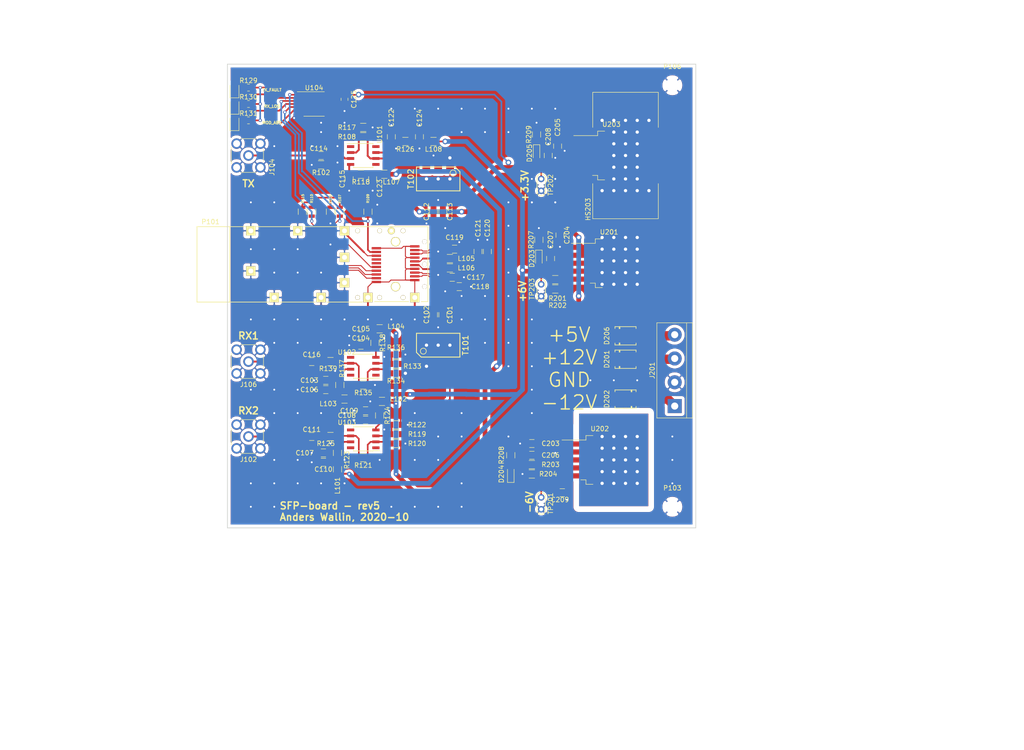
<source format=kicad_pcb>
(kicad_pcb (version 20221018) (generator pcbnew)
  (title_block (title "SFP-board rev. 5 (2020-10)") (date "2020-10") (rev "5") (company "Anders Wallin / VTT MIKES") (comment 1 "anders.e.e.wallin \"at\" gmail.com") (comment 2 "For E/O and O/E of max. 200 MHz or so signals"))
  (layers (0 "F.Cu" signal) (31 "B.Cu" signal) (34 "B.Paste" user) (35 "F.Paste" user) (36 "B.SilkS" user "B.Silkscreen") (37 "F.SilkS" user "F.Silkscreen") (38 "B.Mask" user) (39 "F.Mask" user) (44 "Edge.Cuts" user))
  (net 0 "")
  (net 1 "GND")
  (net 2 "TD+")
  (net 3 "TD-")
  (net 4 "RD-")
  (net 5 "RD+")
  (net 6 "SDA")
  (net 7 "SCL")
  (net 8 "Net-(C107-Pad1)")
  (net 9 "Net-(C108-Pad2)")
  (net 10 "Net-(C109-Pad2)")
  (net 11 "Net-(C110-Pad1)")
  (net 12 "Net-(C111-Pad1)")
  (net 13 "Net-(C111-Pad2)")
  (net 14 "+3.3V")
  (net 15 "Net-(C113-Pad1)")
  (net 16 "Net-(C114-Pad2)")
  (net 17 "Net-(C203-Pad1)")
  (net 18 "Net-(C204-Pad1)")
  (net 19 "-6V")
  (net 20 "Net-(C206-Pad2)")
  (net 21 "+6V")
  (net 22 "Net-(D203-Pad1)")
  (net 23 "Net-(D204-Pad2)")
  (net 24 "Net-(D205-Pad1)")
  (net 25 "/TX-FAULT")
  (net 26 "Net-(R119-Pad2)")
  (net 27 "Net-(R120-Pad2)")
  (net 28 "Net-(R121-Pad2)")
  (net 29 "Net-(R201-Pad2)")
  (net 30 "Net-(U103-Pad1)")
  (net 31 "Net-(U103-Pad5)")
  (net 32 "Net-(U103-Pad8)")
  (net 33 "+VIN")
  (net 34 "-VIN")
  (net 35 "Net-(C103-Pad1)")
  (net 36 "Net-(C104-Pad2)")
  (net 37 "Net-(C105-Pad2)")
  (net 38 "Net-(C106-Pad1)")
  (net 39 "Net-(C116-Pad1)")
  (net 40 "Net-(C116-Pad2)")
  (net 41 "Net-(R133-Pad2)")
  (net 42 "Net-(R134-Pad2)")
  (net 43 "Net-(R135-Pad2)")
  (net 44 "Net-(U102-Pad1)")
  (net 45 "Net-(U102-Pad5)")
  (net 46 "Net-(U102-Pad8)")
  (net 47 "/VccR")
  (net 48 "/VccT")
  (net 49 "/RX-LOS")
  (net 50 "/MOD-ABS")
  (net 51 "Net-(C101-Pad1)")
  (net 52 "Net-(C102-Pad1)")
  (net 53 "Net-(C112-Pad1)")
  (net 54 "Net-(C114-Pad1)")
  (net 55 "Net-(R119-Pad1)")
  (net 56 "Net-(C115-Pad2)")
  (net 57 "Net-(C122-Pad1)")
  (net 58 "Net-(C123-Pad2)")
  (net 59 "Net-(C124-Pad1)")
  (net 60 "Net-(R108-Pad1)")
  (net 61 "Net-(U101-Pad1)")
  (net 62 "Net-(U101-Pad5)")
  (net 63 "Net-(U101-Pad8)")
  (net 64 "Net-(D101-Pad2)")
  (net 65 "Net-(D101-Pad1)")
  (net 66 "Net-(D102-Pad2)")
  (net 67 "Net-(D102-Pad1)")
  (net 68 "Net-(D103-Pad2)")
  (net 69 "Net-(D103-Pad1)")
  (net 70 "/RS0")
  (net 71 "/RS1")
  (net 72 "Net-(R108-Pad2)")
  (net 73 "Net-(C205-Pad1)")
  (net 74 "+VIN_FOR_3V3")
  (footprint "Capacitors_SMD:C_0805" (layer "F.Cu") (at 106 94 90)
    (fp_text reference "C101")
    (fp_text value "100n")
  )
  (footprint "Capacitors_SMD:C_0805" (layer "F.Cu") (at 104 94 90)
    (fp_text reference "C102")
    (fp_text value "100n")
  )
  (footprint "Capacitors_SMD:C_0805" (layer "F.Cu") (at 80.5 123.5 180)
    (fp_text reference "C107")
    (fp_text value "100n")
  )
  (footprint "Capacitors_SMD:C_0805" (layer "F.Cu") (at 89.5 116.5)
    (fp_text reference "C108")
    (fp_text value "100n")
  )
  (footprint "Capacitors_SMD:C_0805" (layer "F.Cu") (at 89.5 114.5)
    (fp_text reference "C109")
    (fp_text value "10u")
  )
  (footprint "Capacitors_SMD:C_0805" (layer "F.Cu") (at 80.5 125.5 180)
    (fp_text reference "C110")
    (fp_text value "10u")
  )
  (footprint "Capacitors_SMD:C_0805" (layer "F.Cu") (at 78 120)
    (fp_text reference "C111")
    (fp_text value "100n")
  )
  (footprint "Capacitors_SMD:C_0805" (layer "F.Cu") (at 104 72 -90)
    (fp_text reference "C112")
    (fp_text value "100n")
  )
  (footprint "Capacitors_SMD:C_0805" (layer "F.Cu") (at 106 72 -90)
    (fp_text reference "C113")
    (fp_text value "100n")
  )
  (footprint "Capacitors_SMD:C_0805" (layer "F.Cu") (at 80 60)
    (fp_text reference "C114")
    (fp_text value "100n")
  )
  (footprint "Capacitors_SMD:C_0805" (layer "F.Cu") (at 125 121.5 180)
    (fp_text reference "C203")
    (fp_text value "10u")
  )
  (footprint "Capacitors_SMD:C_0805" (layer "F.Cu") (at 131 77 -90)
    (fp_text reference "C204")
    (fp_text value "10u")
  )
  (footprint "Capacitors_SMD:C_0805" (layer "F.Cu") (at 130.5 58 -90)
    (fp_text reference "C205")
    (fp_text value "10u")
  )
  (footprint "Capacitors_SMD:C_0805" (layer "F.Cu") (at 125 124)
    (fp_text reference "C206")
    (fp_text value "10n")
  )
  (footprint "Capacitors_SMD:C_0805" (layer "F.Cu") (at 129 82 90)
    (fp_text reference "C207")
    (fp_text value "10u")
  )
  (footprint "Capacitors_SMD:C_0805" (layer "F.Cu") (at 128.5 60 90)
    (fp_text reference "C208")
    (fp_text value "10u")
  )
  (footprint "Capacitors_SMD:C_0805" (layer "F.Cu") (at 131.5 132)
    (fp_text reference "C209")
    (fp_text value "10u")
  )
  (footprint "LEDs:LED_0805" (layer "F.Cu") (at 126.5 82 -90)
    (fp_text reference "D203")
    (fp_text value "LED")
  )
  (footprint "LEDs:LED_0805" (layer "F.Cu") (at 120.5 128 90)
    (fp_text reference "D204")
    (fp_text value "LED")
  )
  (footprint "LEDs:LED_0805" (layer "F.Cu") (at 126 59.5 -90)
    (fp_text reference "D205")
    (fp_text value "LED")
  )
  (footprint "Resistors_SMD:R_0805" (layer "F.Cu") (at 83.5 127 90)
    (fp_text reference "L101")
    (fp_text value "2u2")
  )
  (footprint "Resistors_SMD:R_0805" (layer "F.Cu") (at 93 112.5 180)
    (fp_text reference "L102")
    (fp_text value "2u2")
  )
  (footprint "awallinKiCadFootprints:Connector_SFP_and_Cage" (layer "F.Cu") (at 95 88)
    (fp_text reference "P101")
    (fp_text value "SFP-CONNECTOR" hide)
  )
  (footprint "Mounting_Holes:MountingHole_3mm" (layer "F.Cu") (at 155 135)
    (fp_text reference "P103")
    (fp_text value "CONN_01X01")
  )
  (footprint "Mounting_Holes:MountingHole_3mm" (layer "F.Cu") (at 155 45)
    (fp_text reference "P106")
    (fp_text value "CONN_01X01")
  )
  (footprint "Resistors_SMD:R_0805" (layer "F.Cu") (at 80 62 180)
    (fp_text reference "R102")
    (fp_text value "51R")
  )
  (footprint "Resistors_SMD:R_0805" (layer "F.Cu") (at 84 72 90)
    (fp_text reference "R107")
    (fp_text value "10k")
  )
  (footprint "Resistors_SMD:R_0805" (layer "F.Cu") (at 90 72 90)
    (fp_text reference "R109")
    (fp_text value "10k")
  )
  (footprint "Resistors_SMD:R_0805" (layer "F.Cu") (at 78 72 90)
    (fp_text reference "R110")
    (fp_text value "10k")
  )
  (footprint "Resistors_SMD:R_0805" (layer "F.Cu") (at 82 72 90)
    (fp_text reference "R113")
    (fp_text value "10k")
  )
  (footprint "Resistors_SMD:R_0805" (layer "F.Cu") (at 76 72 90)
    (fp_text reference "R115")
    (fp_text value "10k")
  )
  (footprint "Resistors_SMD:R_0805" (layer "F.Cu") (at 96 119.5 180)
    (fp_text reference "R119")
    (fp_text value "150R")
  )
  (footprint "Resistors_SMD:R_0805" (layer "F.Cu") (at 96.05 121.5 180)
    (fp_text reference "R120")
    (fp_text value "150R")
  )
  (footprint "Resistors_SMD:R_0805" (layer "F.Cu") (at 89 124.5 180)
    (fp_text reference "R121")
    (fp_text value "150R")
  )
  (footprint "Resistors_SMD:R_0805" (layer "F.Cu") (at 96 117.5 180)
    (fp_text reference "R122")
    (fp_text value "150R")
  )
  (footprint "Resistors_SMD:R_0805" (layer "F.Cu") (at 83.5 123.5 90)
    (fp_text reference "R123")
    (fp_text value "10R")
  )
  (footprint "Resistors_SMD:R_0805" (layer "F.Cu") (at 92.5 115.5 -90)
    (fp_text reference "R124")
    (fp_text value "10R")
  )
  (footprint "Resistors_SMD:R_0805" (layer "F.Cu") (at 82 120)
    (fp_text reference "R125")
    (fp_text value "50R")
  )
  (footprint "Resistors_SMD:R_0805" (layer "F.Cu") (at 130 86.5 180)
    (fp_text reference "R201")
    (fp_text value "2k7")
  )
  (footprint "Resistors_SMD:R_0805" (layer "F.Cu") (at 130 88.5 180)
    (fp_text reference "R202")
    (fp_text value "680R")
  )
  (footprint "Resistors_SMD:R_0805" (layer "F.Cu") (at 125 126)
    (fp_text reference "R203")
    (fp_text value "2k7")
  )
  (footprint "Resistors_SMD:R_0805" (layer "F.Cu") (at 125 128 180)
    (fp_text reference "R204")
    (fp_text value "680R")
  )
  (footprint "Resistors_SMD:R_0805" (layer "F.Cu") (at 126.5 78 90)
    (fp_text reference "R207")
    (fp_text value "180R")
  )
  (footprint "Resistors_SMD:R_0805" (layer "F.Cu") (at 120.5 124 -90)
    (fp_text reference "R208")
    (fp_text value "180R")
  )
  (footprint "Resistors_SMD:R_0805" (layer "F.Cu") (at 126 55.5 90)
    (fp_text reference "R209")
    (fp_text value "68R")
  )
  (footprint "Housings_SOIC:SOIC-8_3.9x4.9mm_Pitch1.27mm" (layer "F.Cu") (at 89 120.5 180)
    (fp_text reference "U103")
    (fp_text value "LMH6702")
  )
  (footprint "awallinKiCadFootprints:DIODE_DO-214BA" (layer "F.Cu") (at 145 103.5)
    (fp_text reference "D201")
    (fp_text value "D")
  )
  (footprint "awallinKiCadFootprints:DIODE_DO-214BA" (layer "F.Cu") (at 145 112 180)
    (fp_text reference "D202")
    (fp_text value "D")
  )
  (footprint "Connector_Coaxial:SMA_Molex_73251-2200_Horizontal" (layer "F.Cu") (at 64.5 120 90)
    (fp_text reference "J102")
    (fp_text value "SMA")
  )
  (footprint "Connector_Coaxial:SMA_Molex_73251-2200_Horizontal" (layer "F.Cu") (at 64.5 60 90)
    (fp_text reference "J104")
    (fp_text value "SMA")
  )
  (footprint "Capacitors_SMD:C_0805" (layer "F.Cu") (at 81 108 180)
    (fp_text reference "C103")
    (fp_text value "100n")
  )
  (footprint "Capacitors_SMD:C_0805" (layer "F.Cu") (at 88.5 100.5)
    (fp_text reference "C104")
    (fp_text value "100n")
  )
  (footprint "Capacitors_SMD:C_0805" (layer "F.Cu") (at 88.5 98.5)
    (fp_text reference "C105")
    (fp_text value "10u")
  )
  (footprint "Capacitors_SMD:C_0805" (layer "F.Cu") (at 81 110 180)
    (fp_text reference "C106")
    (fp_text value "10u")
  )
  (footprint "Capacitors_SMD:C_0805" (layer "F.Cu") (at 78 104)
    (fp_text reference "C116")
    (fp_text value "100n")
  )
  (footprint "Connector_Coaxial:SMA_Molex_73251-2200_Horizontal" (layer "F.Cu") (at 64.5 104 90)
    (fp_text reference "J106")
    (fp_text value "SMA")
  )
  (footprint "Resistors_SMD:R_0805" (layer "F.Cu") (at 85 112 180)
    (fp_text reference "L103")
    (fp_text value "2u2")
  )
  (footprint "Resistors_SMD:R_0805" (layer "F.Cu") (at 92.5 97 180)
    (fp_text reference "L104")
    (fp_text value "2u2")
  )
  (footprint "Resistors_SMD:R_0805" (layer "F.Cu") (at 96 104.5 180)
    (fp_text reference "R133")
    (fp_text value "150R")
  )
  (footprint "Resistors_SMD:R_0805" (layer "F.Cu") (at 96 106.5 180)
    (fp_text reference "R134")
    (fp_text value "150R")
  )
  (footprint "Resistors_SMD:R_0805" (layer "F.Cu") (at 89 109 180)
    (fp_text reference "R135")
    (fp_text value "150R")
  )
  (footprint "Resistors_SMD:R_0805" (layer "F.Cu") (at 96 102.5 180)
    (fp_text reference "R136")
    (fp_text value "150R")
  )
  (footprint "Resistors_SMD:R_0805" (layer "F.Cu") (at 84 109 90)
    (fp_text reference "R137")
    (fp_text value "10R")
  )
  (footprint "Resistors_SMD:R_0805" (layer "F.Cu") (at 91.5 100 -90)
    (fp_text reference "R138")
    (fp_text value "10R")
  )
  (footprint "Resistors_SMD:R_0805" (layer "F.Cu") (at 82 104)
    (fp_text reference "R139")
    (fp_text value "50R")
  )
  (footprint "Housings_SOIC:SOIC-8_3.9x4.9mm_Pitch1.27mm" (layer "F.Cu") (at 89 105 180)
    (fp_text reference "U102")
    (fp_text value "LMH6702")
  )
  (footprint "Capacitors_SMD:C_0805" (layer "F.Cu") (at 108 86 180)
    (fp_text reference "C117")
    (fp_text value "100n")
  )
  (footprint "Capacitors_SMD:C_0805" (layer "F.Cu") (at 109.5 88 180)
    (fp_text reference "C118")
    (fp_text value "10u")
  )
  (footprint "Capacitors_SMD:C_0805" (layer "F.Cu") (at 108.5 80 180)
    (fp_text reference "C119")
    (fp_text value "100n")
  )
  (footprint "Capacitors_SMD:C_0805" (layer "F.Cu") (at 115.5 80.5 -90)
    (fp_text reference "C120")
    (fp_text value "100n")
  )
  (footprint "Capacitors_SMD:C_0805" (layer "F.Cu") (at 113.5 80.5 -90)
    (fp_text reference "C121")
    (fp_text value "10u")
  )
  (footprint "Resistors_SMD:R_0805" (layer "F.Cu") (at 107.5 82 180)
    (fp_text reference "L105")
    (fp_text value "1u")
  )
  (footprint "awallinKiCadFootprints_git:MiniCircuits_CD542" (layer "F.Cu") (at 105 100.5 90)
    (fp_text reference "T101")
    (fp_text value "ADT2-1T" hide)
  )
  (footprint "awallinKiCadFootprints_git:MiniCircuits_CD542" (layer "F.Cu") (at 105 65 -90)
    (fp_text reference "T102")
    (fp_text value "ADT2-1T" hide)
  )
  (footprint "Capacitors_SMD:C_0805" (layer "F.Cu") (at 86 65 90)
    (fp_text reference "C115")
    (fp_text value "100n")
  )
  (footprint "Capacitors_SMD:C_0805" (layer "F.Cu") (at 95 56 90)
    (fp_text reference "C122")
    (fp_text value "100n")
  )
  (footprint "Capacitors_SMD:C_0805" (layer "F.Cu") (at 91 65 90)
    (fp_text reference "C123")
    (fp_text value "10u")
  )
  (footprint "Capacitors_SMD:C_0805" (layer "F.Cu") (at 101 56 90)
    (fp_text reference "C124")
    (fp_text value "10u")
  )
  (footprint "Resistors_SMD:R_0805" (layer "F.Cu") (at 93.5 64 180)
    (fp_text reference "L107")
    (fp_text value "2u2")
  )
  (footprint "Resistors_SMD:R_0805" (layer "F.Cu") (at 104 57 180)
    (fp_text reference "L108")
    (fp_text value "2u2")
  )
  (footprint "Resistors_SMD:R_0805" (layer "F.Cu") (at 89 56)
    (fp_text reference "R108")
    (fp_text value "200R")
  )
  (footprint "Resistors_SMD:R_0805" (layer "F.Cu") (at 89 54 180)
    (fp_text reference "R117")
    (fp_text value "200R")
  )
  (footprint "Resistors_SMD:R_0805" (layer "F.Cu") (at 88.5 64 180)
    (fp_text reference "R118")
    (fp_text value "10R")
  )
  (footprint "Resistors_SMD:R_0805" (layer "F.Cu") (at 98 57 180)
    (fp_text reference "R126")
    (fp_text value "10R")
  )
  (footprint "Housings_SOIC:SOIC-8_3.9x4.9mm_Pitch1.27mm" (layer "F.Cu") (at 89 60)
    (fp_text reference "U101")
    (fp_text value "LMH6702")
  )
  (footprint "LED_SMD:LED_0805_2012Metric" (layer "F.Cu") (at 61.5 46 90)
    (fp_text reference "D101" hide)
    (fp_text value "LED")
  )
  (footprint "LED_SMD:LED_0805_2012Metric" (layer "F.Cu") (at 61.5 49.5 90)
    (fp_text reference "D102" hide)
    (fp_text value "LED")
  )
  (footprint "LED_SMD:LED_0805_2012Metric" (layer "F.Cu") (at 61.5 53 90)
    (fp_text reference "D103" hide)
    (fp_text value "LED")
  )
  (footprint "Heatsink:Heatsink_Fischer_FK24413D2PAK_26x13mm" (layer "F.Cu") (at 145 60 90)
    (fp_text reference "HS203")
    (fp_text value "Heatsink_Pad")
  )
  (footprint "Package_TO_SOT_SMD:TO-263-5_TabPin3" (layer "F.Cu") (at 141.5 83)
    (fp_text reference "U201")
    (fp_text value "LT1963AEQ")
  )
  (footprint "Package_TO_SOT_SMD:TO-263-5_TabPin3" (layer "F.Cu") (at 139.5 125)
    (fp_text reference "U202")
    (fp_text value "LT3015Q")
  )
  (footprint "Package_TO_SOT_SMD:TO-263-5_TabPin3" (layer "F.Cu") (at 142 60)
    (fp_text reference "U203")
    (fp_text value "LT1963AxQ-3.3")
  )
  (footprint "Package_SO:TSSOP-14_4.4x5mm_P0.65mm" (layer "F.Cu") (at 78.5 49)
    (fp_text reference "U104")
    (fp_text value "74HC14")
  )
  (footprint "Capacitor_SMD:C_0805_2012Metric" (layer "F.Cu") (at 85 48 90)
    (fp_text reference "C125")
    (fp_text value "100n")
  )
  (footprint "Resistor_SMD:R_0805_2012Metric" (layer "F.Cu") (at 64.5 45.5)
    (fp_text reference "R129")
    (fp_text value "200R")
  )
  (footprint "Resistor_SMD:R_0805_2012Metric" (layer "F.Cu") (at 64.5 49)
    (fp_text reference "R130")
    (fp_text value "200R")
  )
  (footprint "Resistor_SMD:R_0805_2012Metric" (layer "F.Cu") (at 64.5 52.5)
    (fp_text reference "R131")
    (fp_text value "200R")
  )
  (footprint "Resistors_SMD:R_0805" (layer "F.Cu") (at 107.5 84 180)
    (fp_text reference "L106")
    (fp_text value "1u")
  )
  (footprint "awallinKiCadFootprints:DIODE_DO-214BA" (layer "F.Cu") (at 145 98.5)
    (fp_text reference "D206")
    (fp_text value "D")
  )
  (footprint "TerminalBlock:TerminalBlock_bornier-4_P5.08mm" (layer "F.Cu") (at 155.5 113.5 90)
    (fp_text reference "J201")
    (fp_text value "Conn_01x04")
  )
  (footprint "TestPoint:TestPoint_2Pads_Pitch2.54mm_Drill0.8mm" (layer "F.Cu") (at 127 133 -90)
    (fp_text reference "TP201")
    (fp_text value "TestPoint_2Pole")
  )
  (footprint "TestPoint:TestPoint_2Pads_Pitch2.54mm_Drill0.8mm" (layer "F.Cu") (at 127 65 -90)
    (fp_text reference "TP202")
    (fp_text value "TestPoint_2Pole")
  )
  (footprint "TestPoint:TestPoint_2Pads_Pitch2.54mm_Drill0.8mm" (layer "F.Cu") (at 127 87.5 -90)
    (fp_text reference "TP203")
    (fp_text value "TestPoint_2Pole")
  )
  (gr_line (start 160 139.5) (end 60 139.5) (stroke (width 0.15)) (layer "Edge.Cuts"))
  (gr_line (start 60 40.5) (end 160 40.5) (stroke (width 0.15)) (layer "Edge.Cuts"))
  (gr_line (start 160 40.5) (end 160 139.5) (stroke (width 0.15)) (layer "Edge.Cuts"))
  (gr_line (start 60 40.5) (end 60 139.5) (stroke (width 0.15)) (layer "Edge.Cuts"))
  (gr_text "MOD_ABS" (at 69.5 53) (layer "F.SilkS") (effects (font (size 0.6 0.6))))
  (gr_text "TX_FAULT" (at 69.5 46) (layer "F.SilkS") (effects (font (size 0.6 0.6))))
  (gr_text "-6V" (at 124.5 134 90) (layer "F.SilkS") (effects (font (size 1.5 1.5) (thickness 0.3))))
  (gr_text "+5V\n+12V\nGND\n-12V" (at 133 105.5) (layer "F.SilkS") (effects (font (size 3 3) (thickness 0.3))))
  (gr_text "RX2" (at 64.5 114.5) (layer "F.SilkS") (effects (font (size 1.5 1.5) (thickness 0.3))))
  (gr_text "+6V" (at 123 89 90) (layer "F.SilkS") (effects (font (size 1.5 1.5) (thickness 0.3))))
  (gr_text "+3.3V" (at 123.5 66.5 90) (layer "F.SilkS") (effects (font (size 1.5 1.5) (thickness 0.3))))
  (gr_text "SFP-board - rev5\nAnders Wallin, 2020-10" (at 71 136) (layer "F.SilkS") (effects (font (size 1.5 1.5) (thickness 0.3)) (justify left)))
  (gr_text "TX" (at 64.5 66) (layer "F.SilkS") (effects (font (size 1.5 1.5) (thickness 0.3))))
  (gr_text "RX_LOS" (at 69.5 49.5) (layer "F.SilkS") (effects (font (size 0.6 0.6))))
  (gr_text "RX1" (at 64.5 98.5) (layer "F.SilkS") (effects (font (size 1.5 1.5) (thickness 0.3))))
  (segment (start 90 93) (end 89 93) (width 0.4) (layer "F.Cu") (net 1))
  (segment (start 80 93) (end 80 90.32) (width 0.4) (layer "F.Cu") (net 1))
  (segment (start 100 93) (end 89 93) (width 0.4) (layer "F.Cu") (net 1))
  (segment (start 89 93) (end 80 93) (width 0.4) (layer "F.Cu") (net 1))
  (segment (start 88.5 115.5) (end 88.5 114.5) (width 0.4) (layer "F.Cu") (net 1))
  (segment (start 79.5 124.5) (end 79.5 123.5) (width 0.2) (layer "F.Cu") (net 1))
  (segment (start 80 109) (end 80 108) (width 0.2) (layer "F.Cu") (net 1))
  (segment (start 87.5 99.5) (end 87.5 98.5) (width 0.4) (layer "F.Cu") (net 1))
  (segment (start 114.5 79.5) (end 115.5 79.5) (width 0.4) (layer "F.Cu") (net 1))
  (segment (start 105 96.69) (end 105 100.5) (width 0.35) (layer "F.Cu") (net 1))
  (segment (start 130 123.5) (end 133.525 123.5) (width 0.35) (layer "F.Cu") (net 1))
  (segment (start 79.5 122.675) (end 79.5 123.5) (width 0.2) (layer "F.Cu") (net 1))
  (segment (start 98 84.5) (end 98 86.5) (width 0.2) (layer "F.Cu") (net 1))
  (segment (start 74.25 51.25) (end 74.25 52) (width 0.35) (layer "F.Cu") (net 1))
  (segment (start 94.5 87) (end 94.9 86.6) (width 0.2) (layer "F.Cu") (net 1))
  (segment (start 90 90.32) (end 90 93) (width 0.4) (layer "F.Cu") (net 1))
  (segment (start 98.2 81.8) (end 100 81.8) (width 0.2) (layer "F.Cu") (net 1))
  (segment (start 100 90.32) (end 100 93) (width 0.4) (layer "F.Cu") (net 1))
  (segment (start 80 109) (end 78.5 109) (width 0.4) (layer "F.Cu") (net 1))
  (segment (start 100 84.2) (end 98.2 84.2) (width 0.2) (layer "F.Cu") (net 1))
  (segment (start 88.5 116.5) (end 88.5 115.5) (width 0.4) (layer "F.Cu") (net 1))
  (segment (start 85 76.5) (end 85 76.07) (width 0.4) (layer "F.Cu") (net 1))
  (segment (start 97.2 79.8) (end 97.6 79.4) (width 0.2) (layer "F.Cu") (net 1))
  (segment (start 96.95 117.5) (end 98.5 117.5) (width 0.4) (layer "F.Cu") (net 1))
  (segment (start 98 81.5) (end 98 79.5) (width 0.2) (layer "F.Cu") (net 1))
  (segment (start 130 123.5) (end 130 123.5) (width 0.35) (layer "F.Cu") (net 1))
  (segment (start 100 84.2) (end 98.3 84.2) (width 0.2) (layer "F.Cu") (net 1))
  (segment (start 98 86.5) (end 98.1 86.6) (width 0.2) (layer "F.Cu") (net 1))
  (segment (start 110.5 88) (end 112 88) (width 0.4) (layer "F.Cu") (net 1))
  (segment (start 96.95 102.5) (end 98 102.5) (width 0.4) (layer "F.Cu") (net 1))
  (segment (start 98.2 84.2) (end 98 84) (width 0.2) (layer "F.Cu") (net 1))
  (segment (start 113.5 79.5) (end 114.5 79.5) (width 0.4) (layer "F.Cu") (net 1))
  (segment (start 90 90.32) (end 90 88.05) (width 0.2) (layer "F.Cu") (net 1))
  (segment (start 80 110) (end 80 109) (width 0.2) (layer "F.Cu") (net 1))
  (segment (start 98 79.5) (end 98.1 79.4) (width 0.2) (layer "F.Cu") (net 1))
  (segment (start 109.5 80) (end 109.5 78.5) (width 0.4) (layer "F.Cu") (net 1))
  (segment (start 73.95158 122.5) (end 79.325 122.5) (width 0.2) (layer "F.Cu") (net 1))
  (segment (start 98.1 79.4) (end 100 79.4) (width 0.2) (layer "F.Cu") (net 1))
  (segment (start 124.05 128) (end 123 128) (width 0.4) (layer "F.Cu") (net 1))
  (segment (start 91.05 87) (end 91.8 87) (width 0.2) (layer "F.Cu") (net 1))
  (segment (start 100 90.32) (end 100 86.6) (width 0.2) (layer "F.Cu") (net 1))
  (segment (start 72.50126 122.49936) (end 73.95094 122.49936) (width 0.2) (layer "F.Cu") (net 1))
  (segment (start 75.6375 50.95) (end 74.55 50.95) (width 0.35) (layer "F.Cu") (net 1))
  (segment (start 132.64 123.5) (end 132.84 123.3) (width 0.2) (layer "F.Cu") (net 1))
  (segment (start 98.3 84.2) (end 98 84.5) (width 0.2) (layer "F.Cu") (net 1))
  (segment (start 98.3 81.8) (end 98 81.5) (width 0.2) (layer "F.Cu") (net 1))
  (segment (start 124.05 128.3) (end 124 128.35) (width 0.2) (layer "F.Cu") (net 1))
  (segment (start 74.55 50.95) (end 74.25 51.25) (width 0.35) (layer "F.Cu") (net 1))
  (segment (start 91.8 87) (end 94.5 87) (width 0.2) (layer "F.Cu") (net 1))
  (segment (start 98 82) (end 98.2 81.8) (width 0.2) (layer "F.Cu") (net 1))
  (segment (start 79.5 125.5) (end 79.5 124.5) (width 0.2) (layer "F.Cu") (net 1))
  (segment (start 114.5 79.5) (end 114.5 78) (width 0.4) (layer "F.Cu") (net 1))
  (segment (start 79.5 124.5) (end 78 124.5) (width 0.4) (layer "F.Cu") (net 1))
  (segment (start 105 96.69) (end 105 96.69) (width 0.35) (layer "F.Cu") (net 1))
  (segment (start 90.5 81.4) (end 89.9 81.4) (width 0.2) (layer "F.Cu") (net 1))
  (segment (start 91.8 81.4) (end 90.5 81.4) (width 0.2) (layer "F.Cu") (net 1))
  (segment (start 87.5 100.5) (end 87.5 99.5) (width 0.4) (layer "F.Cu") (net 1))
  (segment (start 91.8 79.8) (end 97.2 79.8) (width 0.2) (layer "F.Cu") (net 1))
  (segment (start 97.6 79.4) (end 100 79.4) (width 0.2) (layer "F.Cu") (net 1))
  (segment (start 73.95094 122.49936) (end 73.95158 122.5) (width 0.2) (layer "F.Cu") (net 1))
  (segment (start 89.14999 80.64999) (end 85 76.5) (width 0.4) (layer "F.Cu") (net 1))
  (segment (start 94.9 86.6) (end 100 86.6) (width 0.2) (layer "F.Cu") (net 1))
  (segment (start 98 84) (end 98 82) (width 0.2) (layer "F.Cu") (net 1))
  (segment (start 90 88.05) (end 91.05 87) (width 0.2) (layer "F.Cu") (net 1))
  (segment (start 100 81.8) (end 98.3 81.8) (width 0.2) (layer "F.Cu") (net 1))
  (segment (start 79.325 122.5) (end 79.5 122.675) (width 0.2) (layer "F.Cu") (net 1))
  (segment (start 109 86) (end 110.5 86) (width 0.4) (layer "F.Cu") (net 1))
  (segment (start 133.525 123.5) (end 133.725 123.3) (width 0.35) (layer "F.Cu") (net 1))
  (segment (start 98.1 86.6) (end 100 86.6) (width 0.2) (layer "F.Cu") (net 1))
  (segment (start 124.05 128) (end 124.05 128.3) (width 0.2) (layer "F.Cu") (net 1))
  (segment (start 124 128.35) (end 124 128.5) (width 0.2) (layer "F.Cu") (net 1))
  (segment (start 89.9 81.4) (end 89.14999 80.64999) (width 0.2) (layer "F.Cu") (net 1))
  (via (at 140 82.5) (size 1.2) (drill 0.7) (layers "F.Cu" "B.Cu") (net 1))
  (via (at 142.5 82.5) (size 1.2) (drill 0.7) (layers "F.Cu" "B.Cu") (net 1))
  (via (at 145 82.5) (size 1.2) (drill 0.7) (layers "F.Cu" "B.Cu") (net 1))
  (via (at 147.5 82.5) (size 1.2) (drill 0.7) (layers "F.Cu" "B.Cu") (net 1))
  (via (at 142.5 57.5) (size 1.2) (drill 0.7) (layers "F.Cu" "B.Cu") (net 1))
  (via (at 145 52.5) (size 1.2) (drill 0.7) (layers "F.Cu" "B.Cu") (net 1))
  (via (at 86 98.5) (size 0.7) (drill 0.4) (layers "F.Cu" "B.Cu") (net 1))
  (via (at 115 90) (size 0.7) (drill 0.4) (layers "F.Cu" "B.Cu") (net 1))
  (via (at 147.5 85) (size 1.2) (drill 0.7) (layers "F.Cu" "B.Cu") (net 1))
  (via (at 115 50) (size 0.7) (drill 0.4) (layers "F.Cu" "B.Cu") (net 1))
  (via (at 95 53.5) (size 0.7) (drill 0.4) (layers "F.Cu" "B.Cu") (net 1))
  (via (at 142.5 60) (size 1.2) (drill 0.7) (layers "F.Cu" "B.Cu") (net 1))
  (via (at 105 69.5) (size 0.7) (drill 0.4) (layers "F.Cu" "B.Cu") (net 1))
  (via (at 107.5 65) (size 1.2) (drill 0.7) (layers "F.Cu" "B.Cu") (net 1))
  (via (at 120 50) (size 0.7) (drill 0.4) (layers "F.Cu" "B.Cu") (net 1))
  (via (at 120 70) (size 0.7) (drill 0.4) (layers "F.Cu" "B.Cu") (net 1))
  (via (at 104 60) (size 0.7) (drill 0.4) (layers "F.Cu" "B.Cu") (net 1))
  (via (at 100 125) (size 0.7) (drill 0.4) (layers "F.Cu" "B.Cu") (net 1))
  (via (at 123 128) (size 0.7) (drill 0.4) (layers "F.Cu" "B.Cu") (net 1))
  (via (at 80 55) (size 0.7) (drill 0.4) (layers "F.Cu" "B.Cu") (net 1))
  (via (at 65 110) (size 0.7) (drill 0.4) (layers "F.Cu" "B.Cu") (net 1))
  (via (at 110 115) (size 0.7) (drill 0.4) (layers "F.Cu" "B.Cu") (net 1))
  (via (at 70 100) (size 0.7) (drill 0.4) (layers "F.Cu" "B.Cu") (net 1))
  (via (at 145 77.5) (size 1.2) (drill 0.7) (layers "F.Cu" "B.Cu") (net 1))
  (via (at 150 67.5) (size 1.2) (drill 0.7) (layers "F.Cu" "B.Cu") (net 1))
  (via (at 93.5 118.5) (size 0.7) (drill 0.4) (layers "F.Cu" "B.Cu") (net 1))
  (via (at 109.5 78.5) (size 0.7) (drill 0.4) (layers "F.Cu" "B.Cu") (net 1))
  (via (at 65 70) (size 0.7) (drill 0.4) (layers "F.Cu" "B.Cu") (net 1))
  (via (at 105 65) (size 1.2) (drill 0.7) (layers "F.Cu" "B.Cu") (net 1))
  (via (at 87 116.5) (size 0.7) (drill 0.4) (layers "F.Cu" "B.Cu") (net 1))
  (via (at 100 135) (size 0.7) (drill 0.4) (layers "F.Cu" "B.Cu") (net 1))
  (via (at 80 115) (size 0.7) (drill 0.4) (layers "F.Cu" "B.Cu") (net 1))
  (via (at 120 80) (size 0.7) (drill 0.4) (layers "F.Cu" "B.Cu") (net 1))
  (via (at 105 135) (size 0.7) (drill 0.4) (layers "F.Cu" "B.Cu") (net 1))
  (via (at 120 55) (size 0.7) (drill 0.4) (layers "F.Cu" "B.Cu") (net 1))
  (via (at 140 77.5) (size 1.2) (drill 0.7) (layers "F.Cu" "B.Cu") (net 1))
  (via (at 125 110) (size 0.7) (drill 0.4) (layers "F.Cu" "B.Cu") (net 1))
  (via (at 147.5 57.5) (size 1.2) (drill 0.7) (layers "F.Cu" "B.Cu") (net 1))
  (via (at 140 85) (size 1.2) (drill 0.7) (layers "F.Cu" "B.Cu") (net 1))
  (via (at 145 80) (size 1.2) (drill 0.7) (layers "F.Cu" "B.Cu") (net 1))
  (via (at 83 106) (size 0.7) (drill 0.4) (layers "F.Cu" "B.Cu") (net 1))
  (via (at 100 95) (size 0.7) (drill 0.4) (layers "F.Cu" "B.Cu") (net 1))
  (via (at 115.5 78) (size 0.7) (drill 0.4) (layers "F.Cu" "B.Cu") (net 1))
  (via (at 142.5 108) (size 0.7) (drill 0.4) (layers "F.Cu" "B.Cu") (net 1))
  (via (at 145 85) (size 1.2) (drill 0.7) (layers "F.Cu" "B.Cu") (net 1))
  (via (at 145 62.5) (size 1.2) (drill 0.7) (layers "F.Cu" "B.Cu") (net 1))
  (via (at 107.5 100.5) (size 1.2) (drill 0.7) (layers "F.Cu" "B.Cu") (net 1))
  (via (at 147.5 52.5) (size 1.2) (drill 0.7) (layers "F.Cu" "B.Cu") (net 1))
  (via (at 110.5 86) (size 0.7) (drill 0.4) (layers "F.Cu" "B.Cu") (net 1))
  (via (at 83.5 61.5) (size 0.7) (drill 0.4) (layers "F.Cu" "B.Cu") (net 1))
  (via (at 95 50) (size 0.7) (drill 0.4) (layers "F.Cu" "B.Cu") (net 1))
  (via (at 142.5 65) (size 1.2) (drill 0.7) (layers "F.Cu" "B.Cu") (net 1))
  (via (at 147.5 77.5) (size 1.2) (drill 0.7) (layers "F.Cu" "B.Cu") (net 1))
  (via (at 80 53) (size 0.7) (drill 0.4) (layers "F.Cu" "B.Cu") (net 1))
  (via (at 110 90) (size 0.7) (drill 0.4) (layers "F.Cu" "B.Cu") (net 1))
  (via (at 155 125) (size 0.7) (drill 0.4) (layers "F.Cu" "B.Cu") (net 1))
  (via (at 85 125) (size 0.7) (drill 0.4) (layers "F.Cu" "B.Cu") (net 1))
  (via (at 126 53) (size 0.7) (drill 0.4) (layers "F.Cu" "B.Cu") (net 1))
  (via (at 65 135) (size 0.7) (drill 0.4) (layers "F.Cu" "B.Cu") (net 1))
  (via (at 70 135) (size 0.7) (drill 0.4) (layers "F.Cu" "B.Cu") (net 1))
  (via (at 110 120) (size 0.7) (drill 0.4) (layers "F.Cu" "B.Cu") (net 1))
  (via (at 142.5 52.5) (size 1.2) (drill 0.7) (layers "F.Cu" "B.Cu") (net 1))
  (via (at 120 105) (size 0.7) (drill 0.4) (layers "F.Cu" "B.Cu") (net 1))
  (via (at 78 58) (size 0.7) (drill 0.4) (layers "F.Cu" "B.Cu") (net 1))
  (via (at 150 52.5) (size 1.2) (drill 0.7) (layers "F.Cu" "B.Cu") (net 1))
  (via (at 105 50) (size 0.7) (drill 0.4) (layers "F.Cu" "B.Cu") (net 1))
  (via (at 100 50) (size 0.7) (drill 0.4) (layers "F.Cu" "B.Cu") (net 1))
  (via (at 106.5 89) (size 0.7) (drill 0.4) (layers "F.Cu" "B.Cu") (net 1))
  (via (at 140 87.5) (size 1.2) (drill 0.7) (layers "F.Cu" "B.Cu") (net 1))
  (via (at 92 70.5) (size 0.7) (drill 0.4) (layers "F.Cu" "B.Cu") (net 1))
  (via (at 82 79) (size 0.7) (drill 0.4) (layers "F.Cu" "B.Cu") (net 1))
  (via (at 95 95) (size 0.7) (drill 0.4) (layers "F.Cu" "B.Cu") (net 1))
  (via (at 110 95) (size 0.7) (drill 0.4) (layers "F.Cu" "B.Cu") (net 1))
  (via (at 80 100) (size 0.7) (drill 0.4) (layers "F.Cu" "B.Cu") (net 1))
  (via (at 130 65) (size 0.7) (drill 0.4) (layers "F.Cu" "B.Cu") (net 1))
  (via (at 86 67.5) (size 0.7) (drill 0.4) (layers "F.Cu" "B.Cu") (net 1))
  (via (at 125 70) (size 0.7) (drill 0.4) (layers "F.Cu" "B.Cu") (net 1))
  (via (at 113.5 78) (size 0.7) (drill 0.4) (layers "F.Cu" "B.Cu") (net 1))
  (via (at 120 90) (size 0.7) (drill 0.4) (layers "F.Cu" "B.Cu") (net 1))
  (via (at 147.5 80) (size 1.2) (drill 0.7) (layers "F.Cu" "B.Cu") (net 1))
  (via (at 78 123.5) (size 0.7) (drill 0.4) (layers "F.Cu" "B.Cu") (net 1))
  (via (at 100 115) (size 0.7) (drill 0.4) (layers "F.Cu" "B.Cu") (net 1))
  (via (at 132 59) (size 0.7) (drill 0.4) (layers "F.Cu" "B.Cu") (net 1))
  (via (at 98 102.5) (size 0.7) (drill 0.4) (layers "F.Cu" "B.Cu") (net 1))
  (via (at 147.5 67.5) (size 1.2) (drill 0.7) (layers "F.Cu" "B.Cu") (net 1))
  (via (at 115 100) (size 0.7) (drill 0.4) (layers "F.Cu" "B.Cu") (net 1))
  (via (at 65 95) (size 0.7) (drill 0.4) (layers "F.Cu" "B.Cu") (net 1))
  (via (at 145 60) (size 1.2) (drill 0.7) (layers "F.Cu" "B.Cu") (net 1))
  (via (at 75 80) (size 0.7) (drill 0.4) (layers "F.Cu" "B.Cu") (net 1))
  (via (at 125 105) (size 0.7) (drill 0.4) (layers "F.Cu" "B.Cu") (net 1))
  (via (at 112 88) (size 0.7) (drill 0.4) (layers "F.Cu" "B.Cu") (net 1))
  (via (at 132.5 133.5) (size 0.7) (drill 0.4) (layers "F.Cu" "B.Cu") (net 1))
  (via (at 101 58.5) (size 0.7) (drill 0.4) (layers "F.Cu" "B.Cu") (net 1))
  (via (at 105 85.5) (size 0.7) (drill 0.4) (layers "F.Cu" "B.Cu") (net 1))
  (via (at 86 100.5) (size 0.7) (drill 0.4) (layers "F.Cu" "B.Cu") (net 1))
  (via (at 70 95) (size 0.7) (drill 0.4) (layers "F.Cu" "B.Cu") (net 1))
  (via (at 70 80) (size 0.7) (drill 0.4) (layers "F.Cu" "B.Cu") (net 1))
  (via (at 78 62) (size 0.7) (drill 0.4) (layers "F.Cu" "B.Cu") (net 1))
  (via (at 65 80) (size 0.7) (drill 0.4) (layers "F.Cu" "B.Cu") (net 1))
  (via (at 102.5 105) (size 1.2) (drill 0.7) (layers "F.Cu" "B.Cu") (net 1))
  (via (at 142.5 55) (size 1.2) (drill 0.7) (layers "F.Cu" "B.Cu") (net 1))
  (via (at 120 75) (size 0.7) (drill 0.4) (layers "F.Cu" "B.Cu") (net 1))
  (via (at 92.5 125) (size 0.7) (drill 0.4) (layers "F.Cu" "B.Cu") (net 1))
  (via (at 147.5 108) (size 0.7) (drill 0.4) (layers "F.Cu" "B.Cu") (net 1))
  (via (at 102.5 74.5) (size 0.7) (drill 0.4) (layers "F.Cu" "B.Cu") (net 1))
  (via (at 147.5 55) (size 1.2) (drill 0.7) (layers "F.Cu" "B.Cu") (net 1))
  (via (at 147.5 62.5) (size 1.2) (drill 0.7) (layers "F.Cu" "B.Cu") (net 1))
  (via (at 85 115) (size 0.7) (drill 0.4) (layers "F.Cu" "B.Cu") (net 1))
  (via (at 130 50) (size 0.7) (drill 0.4) (layers "F.Cu" "B.Cu") (net 1))
  (via (at 75 130) (size 0.7) (drill 0.4) (layers "F.Cu" "B.Cu") (net 1))
  (via (at 129 79.5) (size 0.7) (drill 0.4) (layers "F.Cu" "B.Cu") (net 1))
  (via (at 130 70) (size 0.7) (drill 0.4) (layers "F.Cu" "B.Cu") (net 1))
  (via (at 85 95) (size 0.7) (drill 0.4) (layers "F.Cu" "B.Cu") (net 1))
  (via (at 82 121.5) (size 0.7) (drill 0.4) (layers "F.Cu" "B.Cu") (net 1))
  (via (at 115 95) (size 0.7) (drill 0.4) (layers "F.Cu" "B.Cu") (net 1))
  (via (at 140 80) (size 1.2) (drill 0.7) (layers "F.Cu" "B.Cu") (net 1))
  (via (at 70 62) (size 0.7) (drill 0.4) (layers "F.Cu" "B.Cu") (net 1))
  (via (at 130 60.5) (size 0.7) (drill 0.4) (layers "F.Cu" "B.Cu") (net 1))
  (via (at 145 67.5) (size 1.2) (drill 0.7) (layers "F.Cu" "B.Cu") (net 1))
  (via (at 145 55) (size 1.2) (drill 0.7) (layers "F.Cu" "B.Cu") (net 1))
  (via (at 91.5 109) (size 0.7) (drill 0.4) (layers "F.Cu" "B.Cu") (net 1))
  (via (at 90 95) (size 0.7) (drill 0.4) (layers "F.Cu" "B.Cu") (net 1))
  (via (at 85 130) (size 0.7) (drill 0.4) (layers "F.Cu" "B.Cu") (net 1))
  (via (at 125 100) (size 0.7) (drill 0.4) (layers "F.Cu" "B.Cu") (net 1))
  (via (at 70 130) (size 0.7) (drill 0.4) (layers "F.Cu" "B.Cu") (net 1))
  (via (at 115 55) (size 0.7) (drill 0.4) (layers "F.Cu" "B.Cu") (net 1))
  (via (at 74.25 52) (size 0.7) (drill 0.4) (layers "F.Cu" "B.Cu") (net 1))
  (via (at 137.5 108) (size 0.7) (drill 0.4) (layers "F.Cu" "B.Cu") (net 1))
  (via (at 80 95) (size 0.7) (drill 0.4) (layers "F.Cu" "B.Cu") (net 1))
  (via (at 110 55) (size 0.7) (drill 0.4) (layers "F.Cu" "B.Cu") (net 1))
  (via (at 96 58.5) (size 0.7) (drill 0.4) (layers "F.Cu" "B.Cu") (net 1))
  (via (at 107.5 60.5) (size 1.2) (drill 0.7) (layers "F.Cu" "B.Cu") (net 1))
  (via (at 105 125) (size 0.7) (drill 0.4) (layers "F.Cu" "B.Cu") (net 1))
  (via (at 75 115) (size 0.7) (drill 0.4) (layers "F.Cu" "B.Cu") (net 1))
  (via (at 105 80.5) (size 0.7) (drill 0.4) (layers "F.Cu" "B.Cu") (net 1))
  (via (at 120 95) (size 0.7) (drill 0.4) (layers "F.Cu" "B.Cu") (net 1))
  (via (at 142.5 80) (size 1.2) (drill 0.7) (layers "F.Cu" "B.Cu") (net 1))
  (via (at 98 106.5) (size 1.2) (drill 0.7) (layers "F.Cu" "B.Cu") (net 1))
  (via (at 85 50.5) (size 0.7) (drill 0.4) (layers "F.Cu" "B.Cu") (net 1))
  (via (at 102.5 100.5) (size 1.2) (drill 0.7) (layers "F.Cu" "B.Cu") (net 1))
  (via (at 75 100) (size 0.7) (drill 0.4) (layers "F.Cu" "B.Cu") (net 1))
  (via (at 142.5 87.5) (size 1.2) (drill 0.7) (layers "F.Cu" "B.Cu") (net 1))
  (via (at 147.5 60) (size 1.2) (drill 0.7) (layers "F.Cu" "B.Cu") (net 1))
  (via (at 75 95) (size 0.7) (drill 0.4) (layers "F.Cu" "B.Cu") (net 1))
  (via (at 85 53) (size 0.7) (drill 0.4) (layers "F.Cu" "B.Cu") (net 1))
  (via (at 70 115) (size 0.7) (drill 0.4) (layers "F.Cu" "B.Cu") (net 1))
  (via (at 98.5 117.5) (size 0.7) (drill 0.4) (layers "F.Cu" "B.Cu") (net 1))
  (via (at 110 50) (size 0.7) (drill 0.4) (layers "F.Cu" "B.Cu") (net 1))
  (via (at 80 85) (size 0.7) (drill 0.4) (layers "F.Cu" "B.Cu") (net 1))
  (via (at 120 120) (size 0.7) (drill 0.4) (layers "F.Cu" "B.Cu") (net 1))
  (via (at 95 135) (size 0.7) (drill 0.4) (layers "F.Cu" "B.Cu") (net 1))
  (via (at 87 114.5) (size 0.7) (drill 0.4) (layers "F.Cu" "B.Cu") (net 1))
  (via (at 75 110) (size 0.7) (drill 0.4) (layers "F.Cu" "B.Cu") (net 1))
  (via (at 98 121.5) (size 0.7) (drill 0.4) (layers "F.Cu" "B.Cu") (net 1))
  (via (at 142.5 77.5) (size 1.2) (drill 0.7) (layers "F.Cu" "B.Cu") (net 1))
  (via (at 92 74.5) (size 0.7) (drill 0.4) (layers "F.Cu" "B.Cu") (net 1))
  (via (at 93.5 99) (size 0.7) (drill 0.4) (layers "F.Cu" "B.Cu") (net 1))
  (via (at 91 67.5) (size 0.7) (drill 0.4) (layers "F.Cu" "B.Cu") (net 1))
  (via (at 93.5 103) (size 0.7) (drill 0.4) (layers "F.Cu" "B.Cu") (net 1))
  (via (at 125 115) (size 0.7) (drill 0.4) (layers "F.Cu" "B.Cu") (net 1))
  (via (at 142.5 62.5) (size 1.2) (drill 0.7) (layers "F.Cu" "B.Cu") (net 1))
  (via (at 128.5 57.5) (size 0.7) (drill 0.4) (layers "F.Cu" "B.Cu") (net 1))
  (via (at 125 70) (size 0.7) (drill 0.4) (layers "F.Cu" "B.Cu") (net 1))
  (via (at 78.5 110) (size 0.7) (drill 0.4) (layers "F.Cu" "B.Cu") (net 1))
  (via (at 65 115) (size 0.7) (drill 0.4) (layers "F.Cu" "B.Cu") (net 1))
  (via (at 130 123.5) (size 0.7) (drill 0.4) (layers "F.Cu" "B.Cu") (net 1))
  (via (at 110 135) (size 0.7) (drill 0.4) (layers "F.Cu" "B.Cu") (net 1))
  (via (at 142.5 67.5) (size 1.2) (drill 0.7) (layers "F.Cu" "B.Cu") (net 1))
  (via (at 90.5 112.5) (size 0.7) (drill 0.4) (layers "F.Cu" "B.Cu") (net 1))
  (via (at 70 58) (size 0.7) (drill 0.4) (layers "F.Cu" "B.Cu") (net 1))
  (via (at 142.5 85) (size 1.2) (drill 0.7) (layers "F.Cu" "B.Cu") (net 1))
  (via (at 145 65) (size 1.2) (drill 0.7) (layers "F.Cu" "B.Cu") (net 1))
  (via (at 130 70) (size 0.7) (drill 0.4) (layers "F.Cu" "B.Cu") (net 1))
  (via (at 125 95) (size 0.7) (drill 0.4) (layers "F.Cu" "B.Cu") (net 1))
  (via (at 145 57.5) (size 1.2) (drill 0.7) (layers "F.Cu" "B.Cu") (net 1))
  (via (at 105 96.69) (size 0.7) (drill 0.4) (layers "F.Cu" "B.Cu") (net 1))
  (via (at 155 120) (size 0.7) (drill 0.4) (layers "F.Cu" "B.Cu") (net 1))
  (via (at 131 79.5) (size 0.7) (drill 0.4) (layers "F.Cu" "B.Cu") (net 1))
  (via (at 70 125) (size 0.7) (drill 0.4) (layers "F.Cu" "B.Cu") (net 1))
  (via (at 78 125.5) (size 0.7) (drill 0.4) (layers "F.Cu" "B.Cu") (net 1))
  (via (at 70 110) (size 0.7) (drill 0.4) (layers "F.Cu" "B.Cu") (net 1))
  (via (at 83.5 58) (size 0.7) (drill 0.4) (layers "F.Cu" "B.Cu") (net 1))
  (via (at 91 54) (size 0.7) (drill 0.4) (layers "F.Cu" "B.Cu") (net 1))
  (via (at 105 100.5) (size 1.2) (drill 0.7) (layers "F.Cu" "B.Cu") (net 1))
  (via (at 106.5 75.5) (size 0.7) (drill 0.4) (layers "F.Cu" "B.Cu") (net 1))
  (via (at 126.5 75.5) (size 0.7) (drill 0.4) (layers "F.Cu" "B.Cu") (net 1))
  (via (at 125 50) (size 0.7) (drill 0.4) (layers "F.Cu" "B.Cu") (net 1))
  (via (at 125 65) (size 0.7) (drill 0.4) (layers "F.Cu" "B.Cu") (net 1))
  (via (at 101 53.5) (size 0.7) (drill 0.4) (layers "F.Cu" "B.Cu") (net 1))
  (via (at 155 130) (size 0.7) (drill 0.4) (layers "F.Cu" "B.Cu") (net 1))
  (via (at 82 74.5) (size 0.7) (drill 0.4) (layers "F.Cu" "B.Cu") (net 1))
  (via (at 110 130) (size 0.7) (drill 0.4) (layers "F.Cu" "B.Cu") (net 1))
  (via (at 122.5 121.5) (size 0.7) (drill 0.4) (layers "F.Cu" "B.Cu") (net 1))
  (via (at 75 125) (size 0.7) (drill 0.4) (layers "F.Cu" "B.Cu") (net 1))
  (via (at 65 130) (size 0.7) (drill 0.4) (layers "F.Cu" "B.Cu") (net 1))
  (via (at 140 67.5) (size 1.2) (drill 0.7) (layers "F.Cu" "B.Cu") (net 1))
  (via (at 105 120) (size 0.7) (drill 0.4) (layers "F.Cu" "B.Cu") (net 1))
  (via (at 140 52.5) (size 1.2) (drill 0.7) (layers "F.Cu" "B.Cu") (net 1))
  (via (at 80 130) (size 0.7) (drill 0.4) (layers "F.Cu" "B.Cu") (net 1))
  (via (at 70 70) (size 0.7) (drill 0.4) (layers "F.Cu" "B.Cu") (net 1))
  (via (at 75 85) (size 0.7) (drill 0.4) (layers "F.Cu" "B.Cu") (net 1))
  (via (at 120 85) (size 0.7) (drill 0.4) (layers "F.Cu" "B.Cu") (net 1))
  (via (at 70 85) (size 0.7) (drill 0.4) (layers "F.Cu" "B.Cu") (net 1))
  (via (at 78.5 108) (size 0.7) (drill 0.4) (layers "F.Cu" "B.Cu") (net 1))
  (via (at 102.5 65) (size 1.2) (drill 0.7) (layers "F.Cu" "B.Cu") (net 1))
  (via (at 147.5 87.5) (size 1.2) (drill 0.7) (layers "F.Cu" "B.Cu") (net 1))
  (via (at 94.5 114.5) (size 0.7) (drill 0.4) (layers "F.Cu" "B.Cu") (net 1))
  (via (at 147.5 65) (size 1.2) (drill 0.7) (layers "F.Cu" "B.Cu") (net 1))
  (via (at 145 87.5) (size 1.2) (drill 0.7) (layers "F.Cu" "B.Cu") (net 1))
  (via (at 120 100) (size 0.7) (drill 0.4) (layers "F.Cu" "B.Cu") (net 1))
  (segment (start 101.5 81) (end 101.71 80.79) (width 0.2) (layer "F.Cu") (net 2))
  (segment (start 105.19 74.7475) (end 106 73.9375) (width 0.2) (layer "F.Cu") (net 2))
  (segment (start 106 73.9375) (end 106 73) (width 0.2) (layer "F.Cu") (net 2))
  (segment (start 101.71 80.79) (end 102.9787 80.79) (width 0.2) (layer "F.Cu") (net 2))
  (segment (start 100 81) (end 101.5 81) (width 0.2) (layer "F.Cu") (net 2))
  (segment (start 105.19 78.5787) (end 105.19 74.7475) (width 0.2) (layer "F.Cu") (net 2))
  (segment (start 102.9787 80.79) (end 105.19 78.5787) (width 0.2) (layer "F.Cu") (net 2))
  (segment (start 101.5 80.2) (end 101.71 80.41) (width 0.2) (layer "F.Cu") (net 3))
  (segment (start 101.71 80.41) (end 102.8213 80.41) (width 0.2) (layer "F.Cu") (net 3))
  (segment (start 104 73.9375) (end 104 73) (width 0.2) (layer "F.Cu") (net 3))
  (segment (start 104.81 78.4213) (end 104.81 74.7475) (width 0.2) (layer "F.Cu") (net 3))
  (segment (start 100 80.2) (end 101.5 80.2) (width 0.2) (layer "F.Cu") (net 3))
  (segment (start 102.8213 80.41) (end 104.81 78.4213) (width 0.2) (layer "F.Cu") (net 3))
  (segment (start 104.81 74.7475) (end 104 73.9375) (width 0.2) (layer "F.Cu") (net 3))
  (segment (start 104.81 91.2525) (end 104 92.0625) (width 0.2) (layer "F.Cu") (net 4))
  (segment (start 100 85.8) (end 101.5 85.8) (width 0.2) (layer "F.Cu") (net 4))
  (segment (start 104.81 87.5787) (end 104.81 91.2525) (width 0.2) (layer "F.Cu") (net 4))
  (segment (start 101.5 85.8) (end 101.71 85.59) (width 0.2) (layer "F.Cu") (net 4))
  (segment (start 104 92.0625) (end 104 93) (width 0.2) (layer "F.Cu") (net 4))
  (segment (start 101.71 85.59) (end 102.8213 85.59) (width 0.2) (layer "F.Cu") (net 4))
  (segment (start 102.8213 85.59) (end 104.81 87.5787) (width 0.2) (layer "F.Cu") (net 4))
  (segment (start 100 85) (end 101.5 85) (width 0.2) (layer "F.Cu") (net 5))
  (segment (start 101.71 85.21) (end 102.9787 85.21) (width 0.2) (layer "F.Cu") (net 5))
  (segment (start 105.19 91.2525) (end 106 92.0625) (width 0.2) (layer "F.Cu") (net 5))
  (segment (start 101.5 85) (end 101.71 85.21) (width 0.2) (layer "F.Cu") (net 5))
  (segment (start 105.19 87.4213) (end 105.19 91.2525) (width 0.2) (layer "F.Cu") (net 5))
  (segment (start 102.9787 85.21) (end 105.19 87.4213) (width 0.2) (layer "F.Cu") (net 5))
  (segment (start 106 92.0625) (end 106 93) (width 0.2) (layer "F.Cu") (net 5))
  (segment (start 81.5 123.5) (end 82.55 123.5) (width 0.35) (layer "F.Cu") (net 8))
  (segment (start 84.915 121.135) (end 83.5 122.55) (width 0.35) (layer "F.Cu") (net 8))
  (segment (start 82.55 123.5) (end 83.5 122.55) (width 0.35) (layer "F.Cu") (net 8))
  (segment (start 86.3 121.135) (end 84.915 121.135) (width 0.35) (layer "F.Cu") (net 8))
  (segment (start 91.7 118.095) (end 92.5 117.295) (width 0.35) (layer "F.Cu") (net 9))
  (segment (start 92.5 117.295) (end 92.5 116.45) (width 0.35) (layer "F.Cu") (net 9))
  (segment (start 91.7 118.595) (end 91.7 118.095) (width 0.35) (layer "F.Cu") (net 9))
  (segment (start 90.5 116.5) (end 92.45 116.5) (width 0.35) (layer "F.Cu") (net 9))
  (segment (start 92.45 116.5) (end 92.5 116.45) (width 0.35) (layer "F.Cu") (net 9))
  (segment (start 92.05 112.5) (end 92.05 114.1) (width 0.35) (layer "F.Cu") (net 10))
  (segment (start 92.05 114.1) (end 92.5 114.55) (width 0.35) (layer "F.Cu") (net 10))
  (segment (start 92.45 114.5) (end 92.5 114.55) (width 0.35) (layer "F.Cu") (net 10))
  (segment (start 90.5 114.5) (end 92.45 114.5) (width 0.35) (layer "F.Cu") (net 10))
  (segment (start 81.5 125.5) (end 82.45 125.5) (width 0.35) (layer "F.Cu") (net 11))
  (segment (start 83.5 124.45) (end 83.5 126.05) (width 0.35) (layer "F.Cu") (net 11))
  (segment (start 82.45 125.5) (end 83.5 124.45) (width 0.35) (layer "F.Cu") (net 11))
  (segment (start 77 120) (end 72.50126 120) (width 0.4) (layer "F.Cu") (net 12))
  (segment (start 72.50126 120) (end 64.5 120) (width 0.4) (layer "F.Cu") (net 12))
  (segment (start 81.05 120) (end 79 120) (width 0.35) (layer "F.Cu") (net 13))
  (segment (start 113 82) (end 113.5 81.5) (width 0.2) (layer "F.Cu") (net 14))
  (segment (start 130.45 62.55) (end 131.3 61.7) (width 0.4) (layer "F.Cu") (net 14))
  (segment (start 131.3 61.7) (end 135.84 61.7) (width 0.4) (layer "F.Cu") (net 14))
  (segment (start 126.4 61) (end 126 60.6) (width 0.4) (layer "F.Cu") (net 14))
  (segment (start 86 69) (end 88 69) (width 0.2) (layer "F.Cu") (net 14))
  (segment (start 111.5 82) (end 113 82) (width 0.2) (layer "F.Cu") (net 14))
  (segment (start 113 82) (end 113.5 81.5) (width 0.4) (layer "F.Cu") (net 14))
  (segment (start 67 45.5) (end 65.4125 45.5) (width 0.35) (layer "F.Cu") (net 14))
  (segment (start 67 49) (end 65.4125 49) (width 0.35) (layer "F.Cu") (net 14))
  (segment (start 67 52.5) (end 65.4125 52.5) (width 0.35) (layer "F.Cu") (net 14))
  (segment (start 79.8125 45.5) (end 67 45.5) (width 0.35) (layer "F.Cu") (net 14))
  (segment (start 128.5 61) (end 128.5 62.5) (width 1) (layer "F.Cu") (net 14))
  (segment (start 128.5 62.5) (end 128.55 62.55) (width 1) (layer "F.Cu") (net 14))
  (segment (start 67 45.5) (end 67 45.5) (width 0.35) (layer "F.Cu") (net 14))
  (segment (start 120 61.5) (end 120 62.5) (width 0.35) (layer "F.Cu") (net 14))
  (segment (start 119.95 62.55) (end 126.45 62.55) (width 1) (layer "F.Cu") (net 14))
  (segment (start 108.45 84) (end 111 84) (width 1) (layer "F.Cu") (net 14))
  (segment (start 110 72) (end 111.5 72) (width 1) (layer "F.Cu") (net 14))
  (segment (start 111.5 83.5) (end 111 84) (width 1) (layer "F.Cu") (net 14))
  (segment (start 82 71.05) (end 82 69) (width 0.35) (layer "F.Cu") (net 14))
  (segment (start 81.3625 47.05) (end 79.8125 45.5) (width 0.35) (layer "F.Cu") (net 14))
  (segment (start 111.5 72) (end 111.5 68.5) (width 1) (layer "F.Cu") (net 14))
  (segment (start 117.45 62.55) (end 119.95 62.55) (width 1) (layer "F.Cu") (net 14))
  (segment (start 128.1 60.6) (end 128.5 61) (width 0.2) (layer "F.Cu") (net 14))
  (segment (start 88 69) (end 90 69) (width 0.2) (layer "F.Cu") (net 14))
  (segment (start 111.5 80) (end 111.5 72) (width 1) (layer "F.Cu") (net 14))
  (segment (start 111.5 82) (end 112 81.5) (width 1) (layer "F.Cu") (net 14))
  (segment (start 76 71.05) (end 76 70.5) (width 0.35) (layer "F.Cu") (net 14))
  (segment (start 128.55 62.55) (end 129 62.55) (width 1) (layer "F.Cu") (net 14))
  (segment (start 111.875 81.5) (end 111.5 81.125) (width 1) (layer "F.Cu") (net 14))
  (segment (start 78 71.05) (end 78 70) (width 0.35) (layer "F.Cu") (net 14))
  (segment (start 108.45 82) (end 111.5 82) (width 1) (layer "F.Cu") (net 14))
  (segment (start 120 62.5) (end 119.95 62.55) (width 0.35) (layer "F.Cu") (net 14))
  (segment (start 111.5 81.125) (end 111.5 80) (width 1) (layer "F.Cu") (net 14))
  (segment (start 124.5 62.5) (end 126.45 60.55) (width 1) (layer "F.Cu") (net 14))
  (segment (start 124.55 62.55) (end 124.5 62.5) (width 0.35) (layer "F.Cu") (net 14))
  (segment (start 134.09 63.4) (end 135.84 63.4) (width 0.2) (layer "F.Cu") (net 14))
  (segment (start 127 62.6) (end 127.05 62.55) (width 0.35) (layer "F.Cu") (net 14))
  (segment (start 113.5 81.5) (end 115.5 81.5) (width 1) (layer "F.Cu") (net 14))
  (segment (start 108.45 82) (end 113 82) (width 0.4) (layer "F.Cu") (net 14))
  (segment (start 111.5 82) (end 111.5 80) (width 0.4) (layer "F.Cu") (net 14))
  (segment (start 135.84 61.7) (end 131 61.7) (width 1) (layer "F.Cu") (net 14))
  (segment (start 82 69) (end 83 69) (width 0.35) (layer "F.Cu") (net 14))
  (segment (start 90 71.05) (end 90 69) (width 0.35) (layer "F.Cu") (net 14))
  (segment (start 127.05 62.55) (end 129 62.55) (width 1) (layer "F.Cu") (net 14))
  (segment (start 111.5 68.5) (end 117.45 62.55) (width 1) (layer "F.Cu") (net 14))
  (segment (start 81.3625 47.05) (end 85 47.05) (width 0.35) (layer "F.Cu") (net 14))
  (segment (start 113.5 81.5) (end 112 81.5) (width 1) (layer "F.Cu") (net 14))
  (segment (start 85 47.05) (end 87.95 47.05) (width 0.35) (layer "F.Cu") (net 14))
  (segment (start 67 49) (end 67 49) (width 0.35) (layer "F.Cu") (net 14))
  (segment (start 76.5 70) (end 78 70) (width 0.35) (layer "F.Cu") (net 14))
  (segment (start 111.5 80) (end 111.5 83.5) (width 1) (layer "F.Cu") (net 14))
  (segment (start 76 70.5) (end 76.5 70) (width 0.35) (layer "F.Cu") (net 14))
  (segment (start 98 69) (end 101 72) (width 1) (layer "F.Cu") (net 14))
  (segment (start 84 69) (end 84.5 69) (width 0.2) (layer "F.Cu") (net 14))
  (segment (start 84 69) (end 90.5 69) (width 0.35) (layer "F.Cu") (net 14))
  (segment (start 112 81.5) (end 111.875 81.5) (width 1) (layer "F.Cu") (net 14))
  (segment (start 126.45 62.55) (end 127.05 62.55) (width 1) (layer "F.Cu") (net 14))
  (segment (start 83 69) (end 84.5 69) (width 0.35) (layer "F.Cu") (net 14))
  (segment (start 87.95 47.05) (end 88 47) (width 0.35) (layer "F.Cu") (net 14))
  (segment (start 131.3 63.4) (end 130.45 62.55) (width 1) (layer "F.Cu") (net 14))
  (segment (start 78 70) (end 79 69) (width 0.35) (layer "F.Cu") (net 14))
  (segment (start 82 69) (end 84 69) (width 0.2) (layer "F.Cu") (net 14))
  (segment (start 67 52.5) (end 67 52.5) (width 0.35) (layer "F.Cu") (net 14))
  (segment (start 90 69) (end 90.5 69) (width 1) (layer "F.Cu") (net 14))
  (segment (start 79 69) (end 83 69) (width 0.35) (layer "F.Cu") (net 14))
  (segment (start 90.5 69) (end 98 69) (width 1) (layer "F.Cu") (net 14))
  (segment (start 127 65) (end 127 62.6) (width 0.35) (layer "F.Cu") (net 14))
  (segment (start 136.225 63.4) (end 131.3 63.4) (width 1) (layer "F.Cu") (net 14))
  (segment (start 126.45 62.55) (end 124.55 62.55) (width 1) (layer "F.Cu") (net 14))
  (segment (start 84.5 69) (end 86 69) (width 0.2) (layer "F.Cu") (net 14))
  (segment (start 84 71.05) (end 84 69) (width 0.35) (layer "F.Cu") (net 14))
  (segment (start 79 69) (end 82 69) (width 0.2) (layer "F.Cu") (net 14))
  (segment (start 129 62.55) (end 130.45 62.55) (width 1) (layer "F.Cu") (net 14))
  (segment (start 128.5 61) (end 126.4 61) (width 0.4) (layer "F.Cu") (net 14))
  (segment (start 131 61.7) (end 130.45 62.25) (width 1) (layer "F.Cu") (net 14))
  (via (at 101 72) (size 1.2) (drill 0.7) (layers "F.Cu" "B.Cu") (net 14))
  (via (at 67 52.5) (size 0.7) (drill 0.4) (layers "F.Cu" "B.Cu") (net 14))
  (via (at 120 61.5) (size 1.2) (drill 0.7) (layers "F.Cu" "B.Cu") (net 14))
  (via (at 88 47) (size 1.2) (drill 0.7) (layers "F.Cu" "B.Cu") (net 14))
  (via (at 110 72) (size 1.2) (drill 0.7) (layers "F.Cu" "B.Cu") (net 14))
  (via (at 67 49) (size 0.7) (drill 0.4) (layers "F.Cu" "B.Cu") (net 14))
  (via (at 67 45.5) (size 0.7) (drill 0.4) (layers "F.Cu" "B.Cu") (net 14))
  (segment (start 118.5 48.5) (end 118.5 60) (width 0.35) (layer "B.Cu") (net 14))
  (segment (start 117 47) (end 118.5 48.5) (width 0.35) (layer "B.Cu") (net 14))
  (segment (start 67 45.5) (end 67 49) (width 0.35) (layer "B.Cu") (net 14))
  (segment (start 112 47) (end 117 47) (width 0.35) (layer "B.Cu") (net 14))
  (segment (start 101 72) (end 110 72) (width 1) (layer "B.Cu") (net 14))
  (segment (start 118.5 60) (end 120 61.5) (width 0.35) (layer "B.Cu") (net 14))
  (segment (start 88 47) (end 112 47) (width 0.35) (layer "B.Cu") (net 14))
  (segment (start 67 49) (end 67 52.5) (width 0.35) (layer "B.Cu") (net 14))
  (segment (start 106 71) (end 106 70.35) (width 0.35) (layer "F.Cu") (net 15))
  (segment (start 106 70.35) (end 107.54 68.81) (width 0.35) (layer "F.Cu") (net 15))
  (segment (start 85.085 60.635) (end 86.3 60.635) (width 0.4) (layer "F.Cu") (net 16))
  (segment (start 84.45 60) (end 85.085 60.635) (width 0.4) (layer "F.Cu") (net 16))
  (segment (start 80.95 62) (end 80.95 60.05) (width 0.4) (layer "F.Cu") (net 16))
  (segment (start 81 60) (end 84.45 60) (width 0.4) (layer "F.Cu") (net 16))
  (segment (start 80.95 60.05) (end 81 60) (width 0.4) (layer "F.Cu") (net 16))
  (segment (start 126.1 121.6) (end 126 121.5) (width 0.4) (layer "F.Cu") (net 17))
  (segment (start 128.5 125) (end 128 124.5) (width 0.4) (layer "F.Cu") (net 17))
  (segment (start 128 124.5) (end 128 121.6) (width 0.4) (layer "F.Cu") (net 17))
  (segment (start 128 121.6) (end 126.1 121.6) (width 0.4) (layer "F.Cu") (net 17))
  (segment (start 133.5 112) (end 143.3 112) (width 2) (layer "F.Cu") (net 17))
  (segment (start 132.84 117.16) (end 132.84 113.16) (width 2) (layer "F.Cu") (net 17))
  (segment (start 132.84 120.715) (end 133.725 121.6) (width 1) (layer "F.Cu") (net 17))
  (segment (start 132.84 125) (end 128.5 125) (width 0.4) (layer "F.Cu") (net 17))
  (segment (start 132.84 113.16) (end 132.84 112.66) (width 0.35) (layer "F.Cu") (net 17))
  (segment (start 132.74 121.5) (end 132.84 121.6) (width 0.35) (layer "F.Cu") (net 17))
  (segment (start 126 121.5) (end 132.74 121.5) (width 0.35) (layer "F.Cu") (net 17))
  (segment (start 133.725 125) (end 142.875 125) (width 0.35) (layer "F.Cu") (net 17))
  (segment (start 132.84 117.16) (end 132.84 120.715) (width 1) (layer "F.Cu") (net 17))
  (segment (start 132.84 112.66) (end 133.5 112) (width 2) (layer "F.Cu") (net 17))
  (via (at 140 120) (size 1.2) (drill 0.7) (layers "F.Cu" "B.Cu") (net 17))
  (via (at 142.5 120) (size 1.2) (drill 0.7) (layers "F.Cu" "B.Cu") (net 17))
  (via (at 145 120) (size 1.2) (drill 0.7) (layers "F.Cu" "B.Cu") (net 17))
  (via (at 147.5 120) (size 1.2) (drill 0.7) (layers "F.Cu" "B.Cu") (net 17))
  (via (at 145 122.5) (size 1.2) (drill 0.7) (layers "F.Cu" "B.Cu") (net 17))
  (via (at 145 130) (size 1.2) (drill 0.7) (layers "F.Cu" "B.Cu") (net 17))
  (via (at 147.5 122.5) (size 1.2) (drill 0.7) (layers "F.Cu" "B.Cu") (net 17))
  (via (at 147.5 125) (size 1.2) (drill 0.7) (layers "F.Cu" "B.Cu") (net 17))
  (via (at 140 127.5) (size 1.2) (drill 0.7) (layers "F.Cu" "B.Cu") (net 17))
  (via (at 142.5 125) (size 1.2) (drill 0.7) (layers "F.Cu" "B.Cu") (net 17))
  (via (at 147.5 127.5) (size 1.2) (drill 0.7) (layers "F.Cu" "B.Cu") (net 17))
  (via (at 147.5 130) (size 1.2) (drill 0.7) (layers "F.Cu" "B.Cu") (net 17))
  (via (at 140 122.5) (size 1.2) (drill 0.7) (layers "F.Cu" "B.Cu") (net 17))
  (via (at 145 125) (size 1.2) (drill 0.7) (layers "F.Cu" "B.Cu") (net 17))
  (via (at 145 127.5) (size 1.2) (drill 0.7) (layers "F.Cu" "B.Cu") (net 17))
  (via (at 140 130) (size 1.2) (drill 0.7) (layers "F.Cu" "B.Cu") (net 17))
  (via (at 140 125) (size 1.2) (drill 0.7) (layers "F.Cu" "B.Cu") (net 17))
  (via (at 142.5 127.5) (size 1.2) (drill 0.7) (layers "F.Cu" "B.Cu") (net 17))
  (via (at 142.5 122.5) (size 1.2) (drill 0.7) (layers "F.Cu" "B.Cu") (net 17))
  (via (at 142.5 130) (size 1.2) (drill 0.7) (layers "F.Cu" "B.Cu") (net 17))
  (segment (start 135.84 79.485) (end 135.725 79.6) (width 0.35) (layer "F.Cu") (net 18))
  (segment (start 135 78.875) (end 135.725 79.6) (width 1) (layer "F.Cu") (net 18))
  (segment (start 135 77.5) (end 135 78.875) (width 1) (layer "F.Cu") (net 18))
  (segment (start 131.1 76.1) (end 131 76) (width 1) (layer "F.Cu") (net 18))
  (segment (start 141 103.5) (end 135 97.5) (width 1) (layer "F.Cu") (net 18))
  (segment (start 135 97.5) (end 135 90) (width 1) (layer "F.Cu") (net 18))
  (segment (start 135.725 79.6) (end 135.725 81.3) (width 1) (layer "F.Cu") (net 18))
  (segment (start 133.5 76) (end 135 77.5) (width 1) (layer "F.Cu") (net 18))
  (segment (start 143.3 103.5) (end 141 103.5) (width 1) (layer "F.Cu") (net 18))
  (segment (start 131 76) (end 133.5 76) (width 1) (layer "F.Cu") (net 18))
  (via (at 135 90) (size 1.2) (drill 0.7) (layers "F.Cu" "B.Cu") (net 18))
  (via (at 135 77.5) (size 1.2) (drill 0.7) (layers "F.Cu" "B.Cu") (net 18))
  (segment (start 135 90) (end 135 77.5) (width 1) (layer "B.Cu") (net 18))
  (segment (start 124.05 124.05) (end 124 124) (width 0.4) (layer "F.Cu") (net 19))
  (segment (start 122.5 126) (end 122 126.5) (width 0.4) (layer "F.Cu") (net 19))
  (segment (start 126 130.5) (end 125 130.5) (width 0.4) (layer "F.Cu") (net 19))
  (segment (start 125 130.5) (end 123 130.5) (width 0.4) (layer "F.Cu") (net 19))
  (segment (start 115 132) (end 100.5 132) (width 0.35) (layer "F.Cu") (net 19))
  (segment (start 123 126) (end 122.5 126) (width 0.4) (layer "F.Cu") (net 19))
  (segment (start 132.84 128.4) (end 129.54 128.4) (width 1) (layer "F.Cu") (net 19))
  (segment (start 120.5 132) (end 120.5 130.5) (width 1) (layer "F.Cu") (net 19))
  (segment (start 95 97) (end 96 98) (width 1) (layer "F.Cu") (net 19))
  (segment (start 100 132) (end 96 128) (width 1) (layer "F.Cu") (net 19))
  (segment (start 129 130.5) (end 127 130.5) (width 0.4) (layer "F.Cu") (net 19))
  (segment (start 124.05 124.05) (end 124 124) (width 0.2) (layer "F.Cu") (net 19))
  (segment (start 126.5 130.5) (end 122 130.5) (width 1) (layer "F.Cu") (net 19))
  (segment (start 122 126.5) (end 122 130.5) (width 0.35) (layer "F.Cu") (net 19))
  (segment (start 124.05 126) (end 124.05 124.05) (width 0.4) (layer "F.Cu") (net 19))
  (segment (start 127 133) (end 127 130.5) (width 0.35) (layer "F.Cu") (net 19))
  (segment (start 130.5 132) (end 129 130.5) (width 0.4) (layer "F.Cu") (net 19))
  (segment (start 100.5 132) (end 100 132) (width 1) (layer "F.Cu") (net 19))
  (segment (start 125 130.5) (end 120.5 130.5) (width 0.35) (layer "F.Cu") (net 19))
  (segment (start 124.05 126) (end 123 126) (width 0.4) (layer "F.Cu") (net 19))
  (segment (start 94.45 64) (end 96 64) (width 1) (layer "F.Cu") (net 19))
  (segment (start 120.5 132) (end 100.5 132) (width 1) (layer "F.Cu") (net 19))
  (segment (start 122 130.5) (end 120.5 130.5) (width 1) (layer "F.Cu") (net 19))
  (segment (start 120.5 130.5) (end 120.5 129.1) (width 1) (layer "F.Cu") (net 19))
  (segment (start 95.5 112.5) (end 96 113) (width 1) (layer "F.Cu") (net 19))
  (segment (start 129.54 128.4) (end 127.44 130.5) (width 1) (layer "F.Cu") (net 19))
  (segment (start 127 130.5) (end 126 130.5) (width 0.4) (layer "F.Cu") (net 19))
  (segment (start 115 132) (end 115 107.5) (width 1) (layer "F.Cu") (net 19))
  (segment (start 120.5 132) (end 115 132) (width 0.35) (layer "F.Cu") (net 19))
  (segment (start 93.95 112.5) (end 95.5 112.5) (width 1) (layer "F.Cu") (net 19))
  (segment (start 126.5 130.5) (end 126 130.5) (width 0.4) (layer "F.Cu") (net 19))
  (segment (start 115 107.5) (end 117.5 105) (width 1) (layer "F.Cu") (net 19))
  (segment (start 127.44 130.5) (end 126.5 130.5) (width 1) (layer "F.Cu") (net 19))
  (segment (start 93.45 97) (end 95 97) (width 1) (layer "F.Cu") (net 19))
  (via (at 96 98) (size 0.7) (drill 0.4) (layers "F.Cu" "B.Cu") (net 19))
  (via (at 96 64) (size 1.2) (drill 0.7) (layers "F.Cu" "B.Cu") (net 19))
  (via (at 117.5 105) (size 1.2) (drill 0.7) (layers "F.Cu" "B.Cu") (net 19))
  (via (at 96 113) (size 0.7) (drill 0.4) (layers "F.Cu" "B.Cu") (net 19))
  (via (at 96 128) (size 0.7) (drill 0.4) (layers "F.Cu" "B.Cu") (net 19))
  (segment (start 96 114) (end 96 113) (width 1) (layer "B.Cu") (net 19))
  (segment (start 118.099999 71.599999) (end 109.900001 63.400001) (width 1) (layer "B.Cu") (net 19))
  (segment (start 117.5 105) (end 118.099999 104.400001) (width 1) (layer "B.Cu") (net 19))
  (segment (start 96 113) (end 96 112) (width 0.4) (layer "B.Cu") (net 19))
  (segment (start 96.599999 63.400001) (end 96 64) (width 1) (layer "B.Cu") (net 19))
  (segment (start 109.900001 63.400001) (end 96.599999 63.400001) (width 1) (layer "B.Cu") (net 19))
  (segment (start 96 112) (end 96 98) (width 1) (layer "B.Cu") (net 19))
  (segment (start 118.099999 104.400001) (end 118.099999 71.599999) (width 1) (layer "B.Cu") (net 19))
  (segment (start 96 128) (end 96 114) (width 1) (layer "B.Cu") (net 19))
  (segment (start 96 114) (end 96 112) (width 1) (layer "B.Cu") (net 19))
  (segment (start 125.95 124.05) (end 126 124) (width 0.4) (layer "F.Cu") (net 20))
  (segment (start 129.2 126.7) (end 128.5 126) (width 0.4) (layer "F.Cu") (net 20))
  (segment (start 128.5 126) (end 125.95 126) (width 0.4) (layer "F.Cu") (net 20))
  (segment (start 125.95 128) (end 125.95 126) (width 0.35) (layer "F.Cu") (net 20))
  (segment (start 132.84 126.7) (end 129.2 126.7) (width 0.4) (layer "F.Cu") (net 20))
  (segment (start 125.95 126) (end 125.95 124.05) (width 0.4) (layer "F.Cu") (net 20))
  (segment (start 125.95 124.05) (end 126 124) (width 0.2) (layer "F.Cu") (net 20))
  (segment (start 86 128) (end 85.95 127.95) (width 0.4) (layer "F.Cu") (net 21))
  (segment (start 85.95 127.95) (end 83.5 127.95) (width 0.4) (layer "F.Cu") (net 21))
  (segment (start 126.5 83.1) (end 126.5 84.5) (width 0.35) (layer "F.Cu") (net 21))
  (segment (start 135.725 84.7) (end 130.7 84.7) (width 1) (layer "F.Cu") (net 21))
  (segment (start 126.5 84.5) (end 126.3 84.7) (width 0.35) (layer "F.Cu") (net 21))
  (segment (start 130.95 86.5) (end 130.95 84.95) (width 0.35) (layer "F.Cu") (net 21))
  (segment (start 129 83) (end 129 84.5) (width 0.35) (layer "F.Cu") (net 21))
  (segment (start 128.8 84.7) (end 127.2 84.7) (width 1) (layer "F.Cu") (net 21))
  (segment (start 126.3 84.7) (end 123.2 84.7) (width 1) (layer "F.Cu") (net 21))
  (segment (start 87.3 112) (end 88.3 111) (width 1) (layer "F.Cu") (net 21))
  (segment (start 106.5 57) (end 104.95 57) (width 0.35) (layer "F.Cu") (net 21))
  (segment (start 85.95 112) (end 87.3 112) (width 1) (layer "F.Cu") (net 21))
  (segment (start 88.3 111) (end 88.5 111) (width 1) (layer "F.Cu") (net 21))
  (segment (start 88.5 111) (end 99 111) (width 1) (layer "F.Cu") (net 21))
  (segment (start 127 87.5) (end 127 84.9) (width 0.35) (layer "F.Cu") (net 21))
  (segment (start 127 84.9) (end 127.2 84.7) (width 0.35) (layer "F.Cu") (net 21))
  (segment (start 123.2 84.7) (end 123 84.5) (width 0.35) (layer "F.Cu") (net 21))
  (segment (start 130.7 84.7) (end 128.8 84.7) (width 1) (layer "F.Cu") (net 21))
  (segment (start 129 84.5) (end 128.8 84.7) (width 0.35) (layer "F.Cu") (net 21))
  (segment (start 130.95 84.95) (end 130.7 84.7) (width 0.35) (layer "F.Cu") (net 21))
  (segment (start 127.2 84.7) (end 126.3 84.7) (width 1) (layer "F.Cu") (net 21))
  (via (at 86 128) (size 0.7) (drill 0.4) (layers "F.Cu" "B.Cu") (net 21))
  (via (at 123 84.5) (size 1.2) (drill 0.7) (layers "F.Cu" "B.Cu") (net 21))
  (via (at 99 111) (size 0.7) (drill 0.4) (layers "F.Cu" "B.Cu") (net 21))
  (via (at 106.5 57) (size 1.2) (drill 0.7) (layers "F.Cu" "B.Cu") (net 21))
  (segment (start 111 57) (end 106.5 57) (width 1) (layer "B.Cu") (net 21))
  (segment (start 86 128) (end 88 130) (width 1) (layer "B.Cu") (net 21))
  (segment (start 95.75 130) (end 95 130) (width 0.4) (layer "B.Cu") (net 21))
  (segment (start 95 130) (end 88 130) (width 1) (layer "B.Cu") (net 21))
  (segment (start 120.504001 111.050001) (end 113.050001 111.050001) (width 1) (layer "B.Cu") (net 21))
  (segment (start 97 130) (end 95.75 130) (width 0.4) (layer "B.Cu") (net 21))
  (segment (start 123 110) (end 122 111) (width 1) (layer "B.Cu") (net 21))
  (segment (start 123 69) (end 111 57) (width 1) (layer "B.Cu") (net 21))
  (segment (start 95.75 130) (end 97.860002 130) (width 0.4) (layer "B.Cu") (net 21))
  (segment (start 120.554002 111) (end 120.504001 111.050001) (width 1) (layer "B.Cu") (net 21))
  (segment (start 123 81.5) (end 123 69) (width 1) (layer "B.Cu") (net 21))
  (segment (start 123 84.5) (end 123 110) (width 1) (layer "B.Cu") (net 21))
  (segment (start 112 111) (end 111 111) (width 0.4) (layer "B.Cu") (net 21))
  (segment (start 111 111) (end 110.949999 110.949999) (width 1) (layer "B.Cu") (net 21))
  (segment (start 123 81.5) (end 123 84.5) (width 1) (layer "B.Cu") (net 21))
  (segment (start 103 111) (end 99 111) (width 1) (layer "B.Cu") (net 21))
  (segment (start 110.949999 110.949999) (end 107.050001 110.949999) (width 1) (layer "B.Cu") (net 21))
  (segment (start 113 111) (end 111 111) (width 1) (layer "B.Cu") (net 21))
  (segment (start 103.050001 110.949999) (end 103 111) (width 1) (layer "B.Cu") (net 21))
  (segment (start 107 111) (end 103 111) (width 0.4) (layer "B.Cu") (net 21))
  (segment (start 103 130) (end 95 130) (width 1) (layer "B.Cu") (net 21))
  (segment (start 122 111) (end 120.554002 111) (width 1) (layer "B.Cu") (net 21))
  (segment (start 122 111) (end 103 130) (width 1) (layer "B.Cu") (net 21))
  (segment (start 113.050001 111.050001) (end 113 111) (width 1) (layer "B.Cu") (net 21))
  (segment (start 107.050001 110.949999) (end 107 111) (width 1) (layer "B.Cu") (net 21))
  (segment (start 107.050001 110.949999) (end 103.050001 110.949999) (width 1) (layer "B.Cu") (net 21))
  (segment (start 126.5 80.9) (end 126.5 78.95) (width 0.35) (layer "F.Cu") (net 22))
  (segment (start 120.5 126.9) (end 120.5 124.95) (width 0.35) (layer "F.Cu") (net 23))
  (segment (start 126 58.4) (end 126 56.45) (width 0.4) (layer "F.Cu") (net 24))
  (segment (start 90 80.15) (end 90 74) (width 0.35) (layer "F.Cu") (net 25))
  (segment (start 75.6125 47.025) (end 75.6375 47.05) (width 0.35) (layer "F.Cu") (net 25))
  (segment (start 90.45 80.6) (end 90 80.15) (width 0.35) (layer "F.Cu") (net 25))
  (segment (start 73.3 47.025) (end 75.6125 47.025) (width 0.35) (layer "F.Cu") (net 25))
  (segment (start 91.8 80.6) (end 90.45 80.6) (width 0.35) (layer "F.Cu") (net 25))
  (segment (start 90 72.95) (end 90 74) (width 0.35) (layer "F.Cu") (net 25))
  (via (at 90 74) (size 0.7) (drill 0.4) (layers "F.Cu" "B.Cu") (net 25))
  (via (at 73.3 47.025) (size 0.7) (drill 0.4) (layers "F.Cu" "B.Cu") (net 25))
  (segment (start 90 74) (end 86.7 74) (width 0.35) (layer "B.Cu") (net 25))
  (segment (start 75.9 55.2) (end 73.3 52.6) (width 0.35) (layer "B.Cu") (net 25))
  (segment (start 73.3 52.6) (end 73.3 47.025) (width 0.35) (layer "B.Cu") (net 25))
  (segment (start 75.9 55.2) (end 75.9 63.4) (width 0.4) (layer "B.Cu") (net 25))
  (segment (start 86.7 74) (end 75.9 63.2) (width 0.35) (layer "B.Cu") (net 25))
  (segment (start 94.685 119.865) (end 95.05 119.5) (width 0.35) (layer "F.Cu") (net 26))
  (segment (start 91.7 119.865) (end 94.685 119.865) (width 0.35) (layer "F.Cu") (net 26))
  (segment (start 95.05 119.5) (end 95.05 117.5) (width 0.35) (layer "F.Cu") (net 26))
  (segment (start 91.7 121.135) (end 94.735 121.135) (width 0.35) (layer "F.Cu") (net 27))
  (segment (start 90.575 121.135) (end 89.95 121.76) (width 0.35) (layer "F.Cu") (net 27))
  (segment (start 91.7 121.135) (end 90.575 121.135) (width 0.35) (layer "F.Cu") (net 27))
  (segment (start 94.735 121.135) (end 95.1 121.5) (width 0.35) (layer "F.Cu") (net 27))
  (segment (start 89.95 121.76) (end 89.95 124.5) (width 0.35) (layer "F.Cu") (net 27))
  (segment (start 83.085 119.865) (end 82.95 120) (width 0.35) (layer "F.Cu") (net 28))
  (segment (start 88.05 120.49) (end 88.05 124.5) (width 0.35) (layer "F.Cu") (net 28))
  (segment (start 86.3 119.865) (end 87.425 119.865) (width 0.35) (layer "F.Cu") (net 28))
  (segment (start 86.3 119.865) (end 83.085 119.865) (width 0.35) (layer "F.Cu") (net 28))
  (segment (start 87.425 119.865) (end 88.05 120.49) (width 0.35) (layer "F.Cu") (net 28))
  (segment (start 131.5 88.5) (end 132.5 87.5) (width 0.35) (layer "F.Cu") (net 29))
  (segment (start 130.95 88.5) (end 131.5 88.5) (width 0.35) (layer "F.Cu") (net 29))
  (segment (start 133.1 86.4) (end 135.725 86.4) (width 0.35) (layer "F.Cu") (net 29))
  (segment (start 130.95 88.5) (end 130.95 88.4) (width 0.35) (layer "F.Cu") (net 29))
  (segment (start 132.5 87) (end 133.1 86.4) (width 0.35) (layer "F.Cu") (net 29))
  (segment (start 130.95 88.4) (end 129.05 86.5) (width 0.35) (layer "F.Cu") (net 29))
  (segment (start 132.5 87.5) (end 132.5 87) (width 0.35) (layer "F.Cu") (net 29))
  (segment (start 146.7 103.5) (end 155.34 103.5) (width 2) (layer "F.Cu") (net 33))
  (segment (start 155.34 103.5) (end 155.5 103.34) (width 1) (layer "F.Cu") (net 33))
  (segment (start 146.7 112) (end 154 112) (width 2) (layer "F.Cu") (net 34))
  (segment (start 154 112) (end 155.5 113.5) (width 2) (layer "F.Cu") (net 34))
  (segment (start 83.95 108) (end 84 108.05) (width 0.35) (layer "F.Cu") (net 35))
  (segment (start 84 106.81) (end 84 108.05) (width 0.35) (layer "F.Cu") (net 35))
  (segment (start 86.3 105.635) (end 85.175 105.635) (width 0.35) (layer "F.Cu") (net 35))
  (segment (start 85.175 105.635) (end 84 106.81) (width 0.35) (layer "F.Cu") (net 35))
  (segment (start 82 108) (end 83.95 108) (width 0.35) (layer "F.Cu") (net 35))
  (segment (start 89.95 100.95) (end 89.5 100.5) (width 0.35) (layer "F.Cu") (net 36))
  (segment (start 91.7 101.15) (end 91.5 100.95) (width 0.35) (layer "F.Cu") (net 36))
  (segment (start 91.7 103.095) (end 91.7 101.15) (width 0.35) (layer "F.Cu") (net 36))
  (segment (start 91.5 100.95) (end 89.95 100.95) (width 0.35) (layer "F.Cu") (net 36))
  (segment (start 91.5 97.05) (end 91.55 97) (width 0.35) (layer "F.Cu") (net 37))
  (segment (start 91.5 99.05) (end 91.5 97.05) (width 0.35) (layer "F.Cu") (net 37))
  (segment (start 90.95 98.5) (end 91.5 99.05) (width 0.35) (layer "F.Cu") (net 37))
  (segment (start 89.5 98.5) (end 90.95 98.5) (width 0.35) (layer "F.Cu") (net 37))
  (segment (start 83.95 110) (end 84 109.95) (width 0.35) (layer "F.Cu") (net 38))
  (segment (start 82 110) (end 83.95 110) (width 0.35) (layer "F.Cu") (net 38))
  (segment (start 84 111.95) (end 84.05 112) (width 0.35) (layer "F.Cu") (net 38))
  (segment (start 84 109.95) (end 84 111.95) (width 0.35) (layer "F.Cu") (net 38))
  (segment (start 72.50126 104) (end 64.5 104) (width 0.4) (layer "F.Cu") (net 39))
  (segment (start 77 104) (end 72.50126 104) (width 0.4) (layer "F.Cu") (net 39))
  (segment (start 79 104) (end 81.05 104) (width 0.35) (layer "F.Cu") (net 40))
  (segment (start 95.05 104.5) (end 95.05 102.5) (width 0.35) (layer "F.Cu") (net 41))
  (segment (start 94.915 104.365) (end 95.05 104.5) (width 0.35) (layer "F.Cu") (net 41))
  (segment (start 91.7 104.365) (end 94.915 104.365) (width 0.35) (layer "F.Cu") (net 41))
  (segment (start 91.7 105.635) (end 93.135 105.635) (width 0.35) (layer "F.Cu") (net 42))
  (segment (start 94 106.5) (end 95.05 106.5) (width 0.35) (layer "F.Cu") (net 42))
  (segment (start 91.7 105.635) (end 90.575 105.635) (width 0.35) (layer "F.Cu") (net 42))
  (segment (start 89.95 106.26) (end 89.95 109) (width 0.35) (layer "F.Cu") (net 42))
  (segment (start 90.575 105.635) (end 89.95 106.26) (width 0.35) (layer "F.Cu") (net 42))
  (segment (start 93.135 105.635) (end 94 106.5) (width 0.35) (layer "F.Cu") (net 42))
  (segment (start 87.425 104.365) (end 88.05 104.99) (width 0.35) (layer "F.Cu") (net 43))
  (segment (start 86.3 104.365) (end 84.635 104.365) (width 0.35) (layer "F.Cu") (net 43))
  (segment (start 84.27 104) (end 84.635 104.365) (width 0.35) (layer "F.Cu") (net 43))
  (segment (start 82.95 104) (end 84.27 104) (width 0.35) (layer "F.Cu") (net 43))
  (segment (start 86.3 104.365) (end 87.425 104.365) (width 0.35) (layer "F.Cu") (net 43))
  (segment (start 88.05 104.99) (end 88.05 109) (width 0.35) (layer "F.Cu") (net 43))
  (segment (start 100.9 83.4) (end 101.75 84.25) (width 0.2) (layer "F.Cu") (net 47))
  (segment (start 107 86.5) (end 108.5 88) (width 0.35) (layer "F.Cu") (net 47))
  (segment (start 107 86) (end 107 86.5) (width 0.35) (layer "F.Cu") (net 47))
  (segment (start 106.25 84) (end 106 84.25) (width 0.4) (layer "F.Cu") (net 47))
  (segment (start 106.55 84) (end 106.25 84) (width 0.4) (layer "F.Cu") (net 47))
  (segment (start 106.55 84) (end 106.55 85.55) (width 0.35) (layer "F.Cu") (net 47))
  (segment (start 106.55 85.55) (end 107 86) (width 0.35) (layer "F.Cu") (net 47))
  (segment (start 100 83.4) (end 100.9 83.4) (width 0.2) (layer "F.Cu") (net 47))
  (segment (start 106 84.25) (end 101.75 84.25) (width 0.4) (layer "F.Cu") (net 47))
  (segment (start 101.15 82.6) (end 101.75 82) (width 0.2) (layer "F.Cu") (net 48))
  (segment (start 106.55 82) (end 101.75 82) (width 0.4) (layer "F.Cu") (net 48))
  (segment (start 106.55 82) (end 106.55 80.95) (width 0.35) (layer "F.Cu") (net 48))
  (segment (start 100 82.6) (end 101.15 82.6) (width 0.2) (layer "F.Cu") (net 48))
  (segment (start 106.55 80.95) (end 107.5 80) (width 0.35) (layer "F.Cu") (net 48))
  (segment (start 71.65 48.35) (end 75.6375 48.35) (width 0.35) (layer "F.Cu") (net 49))
  (segment (start 88 84) (end 82.5 84) (width 0.2) (layer "F.Cu") (net 49))
  (segment (start 91.8 85.4) (end 89.4 85.4) (width 0.2) (layer "F.Cu") (net 49))
  (segment (start 79 75.5) (end 78 74.5) (width 0.2) (layer "F.Cu") (net 49))
  (segment (start 78 72.95) (end 78 74) (width 0.35) (layer "F.Cu") (net 49))
  (segment (start 89.4 85.4) (end 88 84) (width 0.2) (layer "F.Cu") (net 49))
  (segment (start 78 74.5) (end 78 74) (width 0.2) (layer "F.Cu") (net 49))
  (segment (start 79 80.5) (end 79 75.5) (width 0.2) (layer "F.Cu") (net 49))
  (segment (start 82.5 84) (end 79 80.5) (width 0.2) (layer "F.Cu") (net 49))
  (segment (start 71.5 48.5) (end 71.65 48.35) (width 0.35) (layer "F.Cu") (net 49))
  (via (at 78 74) (size 0.7) (drill 0.4) (layers "F.Cu" "B.Cu") (net 49))
  (via (at 71.5 48.5) (size 0.7) (drill 0.4) (layers "F.Cu" "B.Cu") (net 49))
  (segment (start 74.5 55.535356) (end 72.482322 53.517678) (width 0.4) (layer "B.Cu") (net 49))
  (segment (start 71.5 52.5) (end 71.5 48.5) (width 0.35) (layer "B.Cu") (net 49))
  (segment (start 72.5 53.5) (end 71.5 52.5) (width 0.35) (layer "B.Cu") (net 49))
  (segment (start 78 72) (end 74.5 68.5) (width 0.35) (layer "B.Cu") (net 49))
  (segment (start 78 74) (end 78 72) (width 0.35) (layer "B.Cu") (net 49))
  (segment (start 74.5 68.5) (end 74.5 57.5) (width 0.35) (layer "B.Cu") (net 49))
  (segment (start 74.5 57.5) (end 74.5 55.535356) (width 0.4) (layer "B.Cu") (net 49))
  (segment (start 84 73.5) (end 84 72.95) (width 0.2) (layer "F.Cu") (net 50))
  (segment (start 83 74.5) (end 84 73.5) (width 0.2) (layer "F.Cu") (net 50))
  (segment (start 91.8 83.8) (end 90.6 83.8) (width 0.2) (layer "F.Cu") (net 50))
  (segment (start 83.5 78) (end 83 77.5) (width 0.2) (layer "F.Cu") (net 50))
  (segment (start 75.6375 49.65) (end 73.35 49.65) (width 0.35) (layer "F.Cu") (net 50))
  (segment (start 72.25 50.75) (end 73.05 49.95) (width 0.35) (layer "F.Cu") (net 50))
  (segment (start 73.35 49.65) (end 73.05 49.95) (width 0.35) (layer "F.Cu") (net 50))
  (segment (start 84 72.95) (end 84 74) (width 0.35) (layer "F.Cu") (net 50))
  (segment (start 90.6 83.8) (end 84.8 78) (width 0.2) (layer "F.Cu") (net 50))
  (segment (start 73.05 49.95) (end 73.25 49.75) (width 0.35) (layer "F.Cu") (net 50))
  (segment (start 84.8 78) (end 83.5 78) (width 0.2) (layer "F.Cu") (net 50))
  (segment (start 83 77.5) (end 83 74.5) (width 0.2) (layer "F.Cu") (net 50))
  (via (at 84 74) (size 0.7) (drill 0.4) (layers "F.Cu" "B.Cu") (net 50))
  (via (at 72.25 50.75) (size 0.7) (drill 0.4) (layers "F.Cu" "B.Cu") (net 50))
  (segment (start 84 72.5) (end 84 74) (width 0.35) (layer "B.Cu") (net 50))
  (segment (start 75.00001 55.29289) (end 75.00001 55.30001) (width 0.35) (layer "B.Cu") (net 50))
  (segment (start 75.25 63.75) (end 84 72.5) (width 0.35) (layer "B.Cu") (net 50))
  (segment (start 75.25 63.75) (end 75.25 55.507525) (width 0.4) (layer "B.Cu") (net 50))
  (segment (start 75.25 55.507525) (end 74.871237 55.128762) (width 0.4) (layer "B.Cu") (net 50))
  (segment (start 72.25 52.54288) (end 75.00001 55.29289) (width 0.35) (layer "B.Cu") (net 50))
  (segment (start 72.25 50.75) (end 72.25 52.54288) (width 0.35) (layer "B.Cu") (net 50))
  (segment (start 106 95) (end 106 95.15) (width 0.35) (layer "F.Cu") (net 51))
  (segment (start 106 95.15) (end 107.54 96.69) (width 0.35) (layer "F.Cu") (net 51))
  (segment (start 104 95) (end 104 95.15) (width 0.35) (layer "F.Cu") (net 52))
  (segment (start 104 95.15) (end 102.46 96.69) (width 0.35) (layer "F.Cu") (net 52))
  (segment (start 104 70.35) (end 102.46 68.81) (width 0.35) (layer "F.Cu") (net 53))
  (segment (start 104 71) (end 104 70.35) (width 0.35) (layer "F.Cu") (net 53))
  (segment (start 79 60) (end 64.5 60) (width 0.4) (layer "F.Cu") (net 54))
  (segment (start 96.95 104.5) (end 98.5 104.5) (width 0.35) (layer "F.Cu") (net 55))
  (segment (start 100 119.5) (end 96.95 119.5) (width 0.35) (layer "F.Cu") (net 55))
  (segment (start 107.5 112) (end 100 119.5) (width 0.35) (layer "F.Cu") (net 55))
  (segment (start 107.5 104.35) (end 107.54 104.31) (width 0.35) (layer "F.Cu") (net 55))
  (segment (start 107.5 106.5) (end 107.5 104.35) (width 0.35) (layer "F.Cu") (net 55))
  (segment (start 100.5 106.5) (end 107.5 106.5) (width 0.35) (layer "F.Cu") (net 55))
  (segment (start 107.5 106.5) (end 107.5 112) (width 0.35) (layer "F.Cu") (net 55))
  (segment (start 98.5 104.5) (end 100.5 106.5) (width 0.35) (layer "F.Cu") (net 55))
  (segment (start 86 64) (end 86 62.205) (width 0.4) (layer "F.Cu") (net 56))
  (segment (start 87.55 64) (end 86 64) (width 0.4) (layer "F.Cu") (net 56))
  (segment (start 86 62.205) (end 86.3 61.905) (width 0.4) (layer "F.Cu") (net 56))
  (segment (start 93.635 59.365) (end 95 58) (width 0.4) (layer "F.Cu") (net 57))
  (segment (start 95 57) (end 97.05 57) (width 0.4) (layer "F.Cu") (net 57))
  (segment (start 91.7 59.365) (end 93.635 59.365) (width 0.4) (layer "F.Cu") (net 57))
  (segment (start 95 58) (end 95 57) (width 0.4) (layer "F.Cu") (net 57))
  (segment (start 91 64) (end 89.45 64) (width 0.4) (layer "F.Cu") (net 58))
  (segment (start 92.55 64) (end 91 64) (width 0.4) (layer "F.Cu") (net 58))
  (segment (start 98.95 57) (end 101 57) (width 0.4) (layer "F.Cu") (net 59))
  (segment (start 101 57) (end 103.05 57) (width 0.4) (layer "F.Cu") (net 59))
  (segment (start 88.05 56) (end 88.05 54) (width 0.4) (layer "F.Cu") (net 60))
  (segment (start 88.05 58.79) (end 88.05 56) (width 0.4) (layer "F.Cu") (net 60))
  (segment (start 86.3 59.365) (end 87.475 59.365) (width 0.4) (layer "F.Cu") (net 60))
  (segment (start 87.475 59.365) (end 88.05 58.79) (width 0.4) (layer "F.Cu") (net 60))
  (segment (start 63.15 45.0625) (end 63.5875 45.5) (width 0.35) (layer "F.Cu") (net 64))
  (segment (start 61.5 45.0625) (end 63.15 45.0625) (width 0.35) (layer "F.Cu") (net 64))
  (segment (start 61.5 46.9375) (end 69.9375 46.9375) (width 0.35) (layer "F.Cu") (net 65))
  (segment (start 70.7 47.7) (end 75.6375 47.7) (width 0.35) (layer "F.Cu") (net 65))
  (segment (start 69.9375 46.9375) (end 70.7 47.7) (width 0.35) (layer "F.Cu") (net 65))
  (segment (start 63.15 48.5625) (end 63.5875 49) (width 0.35) (layer "F.Cu") (net 66))
  (segment (start 61.5 48.5625) (end 63.15 48.5625) (width 0.35) (layer "F.Cu") (net 66))
  (segment (start 71.0625 50.4375) (end 72.5 49) (width 0.35) (layer "F.Cu") (net 67))
  (segment (start 61.5 50.4375) (end 71.0625 50.4375) (width 0.35) (layer "F.Cu") (net 67))
  (segment (start 72.5 49) (end 75.6375 49) (width 0.35) (layer "F.Cu") (net 67))
  (segment (start 61.5 52.0625) (end 63.15 52.0625) (width 0.4) (layer "F.Cu") (net 68))
  (segment (start 63.15 52.0625) (end 63.5875 52.5) (width 0.4) (layer "F.Cu") (net 68))
  (segment (start 74.2 50.3) (end 75.6375 50.3) (width 0.35) (layer "F.Cu") (net 69))
  (segment (start 61.5 53.9375) (end 70.5625 53.9375) (width 0.35) (layer "F.Cu") (net 69))
  (segment (start 70.5625 53.9375) (end 74.2 50.3) (width 0.35) (layer "F.Cu") (net 69))
  (segment (start 91.8 84.6) (end 89.6 84.6) (width 0.2) (layer "F.Cu") (net 70))
  (segment (start 89.6 84.6) (end 88.5 83.5) (width 0.2) (layer "F.Cu") (net 70))
  (segment (start 81 72.95) (end 82 72.95) (width 0.2) (layer "F.Cu") (net 70))
  (segment (start 88.5 83.5) (end 82.5 83.5) (width 0.2) (layer "F.Cu") (net 70))
  (segment (start 82.5 83.5) (end 81 82) (width 0.2) (layer "F.Cu") (net 70))
  (segment (start 81 72.95) (end 81 82) (width 0.2) (layer "F.Cu") (net 70))
  (segment (start 76 73.5) (end 76 72.95) (width 0.2) (layer "F.Cu") (net 71))
  (segment (start 78 75.5) (end 76 73.5) (width 0.2) (layer "F.Cu") (net 71))
  (segment (start 89.7 86.2) (end 88 84.5) (width 0.2) (layer "F.Cu") (net 71))
  (segment (start 78 79.994988) (end 78 75.5) (width 0.2) (layer "F.Cu") (net 71))
  (segment (start 88 84.5) (end 82.505012 84.5) (width 0.2) (layer "F.Cu") (net 71))
  (segment (start 82.505012 84.5) (end 78 79.994988) (width 0.2) (layer "F.Cu") (net 71))
  (segment (start 91.8 86.2) (end 89.7 86.2) (width 0.2) (layer "F.Cu") (net 71))
  (segment (start 95 60) (end 94.365 60.635) (width 0.4) (layer "F.Cu") (net 72))
  (segment (start 91.7 60.635) (end 90.525 60.635) (width 0.4) (layer "F.Cu") (net 72))
  (segment (start 102.46 61.19) (end 101.27 60) (width 0.4) (layer "F.Cu") (net 72))
  (segment (start 90.525 60.635) (end 89.95 60.06) (width 0.4) (layer "F.Cu") (net 72))
  (segment (start 89.95 60.06) (end 89.95 56) (width 0.4) (layer "F.Cu") (net 72))
  (segment (start 94.365 60.635) (end 91.7 60.635) (width 0.4) (layer "F.Cu") (net 72))
  (segment (start 101.27 60) (end 95 60) (width 0.4) (layer "F.Cu") (net 72))
  (segment (start 156 91) (end 156 52) (width 2) (layer "F.Cu") (net 73))
  (segment (start 136.225 58.3) (end 136.225 56.6) (width 0.35) (layer "F.Cu") (net 73))
  (segment (start 156 52) (end 152 48) (width 2) (layer "F.Cu") (net 73))
  (segment (start 153.5 93.5) (end 156 91) (width 2) (layer "F.Cu") (net 73))
  (segment (start 143.3 98.5) (end 143.3 95.7) (width 2) (layer "F.Cu") (net 73))
  (segment (start 136.225 56.6) (end 130.9 56.6) (width 1) (layer "F.Cu") (net 73))
  (segment (start 143.3 95.7) (end 145.5 93.5) (width 2) (layer "F.Cu") (net 73))
  (segment (start 130.9 56.6) (end 130.5 57) (width 1) (layer "F.Cu") (net 73))
  (segment (start 138 48) (end 136.225 49.775) (width 2) (layer "F.Cu") (net 73))
  (segment (start 145.5 93.5) (end 153.5 93.5) (width 2) (layer "F.Cu") (net 73))
  (segment (start 152 48) (end 138 48) (width 2) (layer "F.Cu") (net 73))
  (segment (start 136.225 56.6) (end 136.225 49.775) (width 2) (layer "F.Cu") (net 73))
  (segment (start 155.26 98.5) (end 155.5 98.26) (width 0.4) (layer "F.Cu") (net 74))
  (segment (start 146.7 98.5) (end 155.26 98.5) (width 2) (layer "F.Cu") (net 74))
  (segment (start 146.78 98.92) (end 146.7 99) (width 0.35) (layer "F.Cu") (net 74))
  (zone (net 0) (net_name "") (layer "F.Cu") (connect_pads (clearance 0)) (min_thickness 0.254)
    (keepout (tracks allowed) (vias allowed) (pads allowed) (copperpour not_allowed) (footprints allowed))
    (fill yes (thermal_gap 0.508) (thermal_bridge_width 0.508))
    (polygon (pts (xy 86 75) (xy 103 75) (xy 103 92) (xy 86 92)))
  )
  (zone (net 17) (net_name "Net-(C203-Pad1)") (layer "F.Cu") (priority 1) (connect_pads (clearance 1)) (min_thickness 0.254) (fill yes (thermal_gap 0.508) (thermal_bridge_width 0.508))
    (polygon (pts (xy 150 135) (xy 135 135) (xy 135 115) (xy 150 115)))
  )
  (zone (net 1) (net_name "GND") (layer "F.Cu") (connect_pads (clearance 0.508)) (min_thickness 0.254) (fill yes (thermal_gap 0.508) (thermal_bridge_width 0.508))
    (polygon (pts (xy 60 140) (xy 160 140) (xy 160 40) (xy 60 40)))
  )
  (zone (net 0) (net_name "") (layer "F.Cu") (connect_pads (clearance 0)) (min_thickness 0.254)
    (keepout (tracks allowed) (vias allowed) (pads allowed) (copperpour not_allowed) (footprints allowed))
    (fill yes (thermal_gap 0.508) (thermal_bridge_width 0.508))
    (polygon (pts (xy 85 102) (xy 93 102) (xy 93 108) (xy 85 108)))
  )
  (zone (net 0) (net_name "") (layer "F.Cu") (connect_pads (clearance 0)) (min_thickness 0.254)
    (keepout (tracks allowed) (vias allowed) (pads allowed) (copperpour not_allowed) (footprints allowed))
    (fill yes (thermal_gap 0.508) (thermal_bridge_width 0.508))
    (polygon (pts (xy 85 63) (xy 93 63) (xy 93 57) (xy 85 57)))
  )
  (zone (net 0) (net_name "") (layer "F.Cu") (connect_pads (clearance 0)) (min_thickness 0.254)
    (keepout (tracks allowed) (vias allowed) (pads allowed) (copperpour not_allowed) (footprints allowed))
    (fill yes (thermal_gap 0.508) (thermal_bridge_width 0.508))
    (polygon (pts (xy 85 117.5) (xy 93 117.5) (xy 93 123.5) (xy 85 123.5)))
  )
  (zone (net 0) (net_name "") (layer "B.Cu") (connect_pads (clearance 0)) (min_thickness 0.254)
    (keepout (tracks allowed) (vias allowed) (pads allowed) (copperpour not_allowed) (footprints allowed))
    (fill yes (thermal_gap 0.508) (thermal_bridge_width 0.508))
    (polygon (pts (xy 86 92) (xy 103 92) (xy 103 75) (xy 86 75)))
  )
  (zone (net 17) (net_name "Net-(C203-Pad1)") (layer "B.Cu") (priority 1) (connect_pads (clearance 1)) (min_thickness 0.254) (fill yes (thermal_gap 0.508) (thermal_bridge_width 0.508))
    (polygon (pts (xy 149.957319 135) (xy 134.957319 135) (xy 134.957319 115) (xy 149.957319 115)))
  )
  (zone (net 1) (net_name "GND") (layer "B.Cu") (connect_pads (clearance 0.508)) (min_thickness 0.254) (fill yes (thermal_gap 0.508) (thermal_bridge_width 0.508))
    (polygon (pts (xy 60 40) (xy 160 40) (xy 160 140) (xy 60 140)))
  )
  (zone (net 0) (net_name "") (layer "B.Cu") (connect_pads (clearance 0)) (min_thickness 0.254)
    (keepout (tracks allowed) (vias allowed) (pads allowed) (copperpour not_allowed) (footprints allowed))
    (fill yes (thermal_gap 0.508) (thermal_bridge_width 0.508))
    (polygon (pts (xy 85 63) (xy 93 63) (xy 93 57) (xy 85 57)))
  )
  (zone (net 0) (net_name "") (layer "B.Cu") (connect_pads (clearance 0)) (min_thickness 0.254)
    (keepout (tracks allowed) (vias allowed) (pads allowed) (copperpour not_allowed) (footprints allowed))
    (fill yes (thermal_gap 0.508) (thermal_bridge_width 0.508))
    (polygon (pts (xy 85 123.5) (xy 93 123.5) (xy 93 117.5) (xy 85 117.5)))
  )
  (zone (net 0) (net_name "") (layer "B.Cu") (connect_pads (clearance 0)) (min_thickness 0.254)
    (keepout (tracks allowed) (vias allowed) (pads allowed) (copperpour not_allowed) (footprints allowed))
    (fill yes (thermal_gap 0.508) (thermal_bridge_width 0.508))
    (polygon (pts (xy 85 108) (xy 93 108) (xy 93 102) (xy 85 102)))
  )
)
</source>
